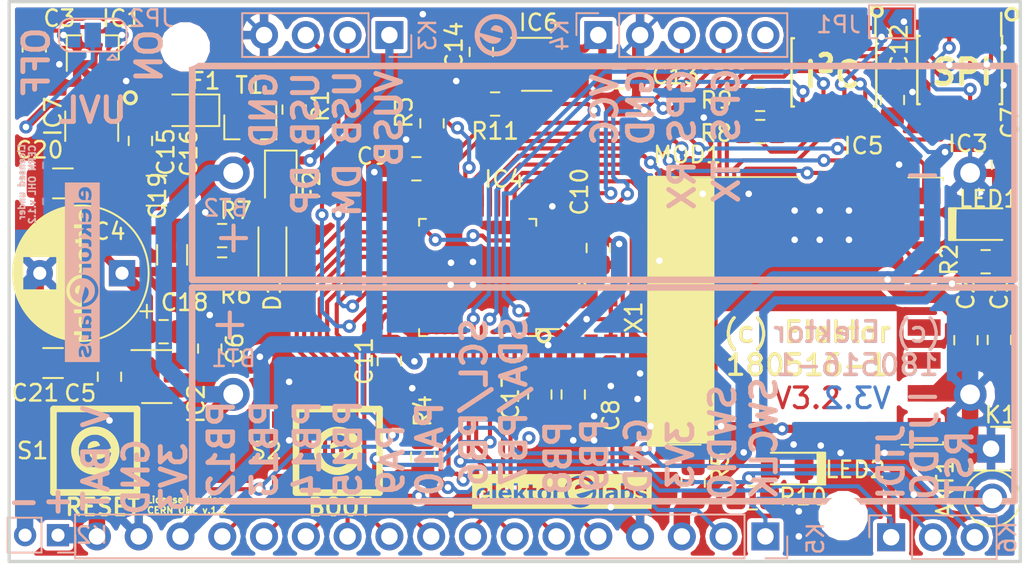
<source format=kicad_pcb>
(kicad_pcb (version 20171130) (host pcbnew "(5.0.2)-1")
  (layers (0 F.Cu signal) (31 B.Cu signal) (34 B.Paste user) (35 F.Paste user hide) (36 B.SilkS user) (37 F.SilkS user) (38 B.Mask user) (39 F.Mask user hide) (44 Edge.Cuts user))
  (net 0 "")
  (net 1 3V3)
  (net 2 GND)
  (net 3 "Net-(D1-Pad2)")
  (net 4 SWDIO)
  (net 5 ~RST)
  (net 6 UNUSED_05)
  (net 7 UNUSED_04)
  (net 8 UNUSED_03)
  (net 9 UNUSED_02)
  (net 10 UNUSED_01)
  (net 11 UNUSED_00)
  (net 12 GPS_RXD)
  (net 13 GPS_TXD)
  (net 14 RFM95_MISO)
  (net 15 RFM95_MOSI)
  (net 16 RFM95_SCK)
  (net 17 ~RFM95_CS)
  (net 18 RFM95_RESET)
  (net 19 RFM95_DIO0)
  (net 20 RFM95_DIO1)
  (net 21 RFM95_DIO2)
  (net 22 USBDM)
  (net 23 USBDP)
  (net 24 I2C_SDA)
  (net 25 I2C_SCL)
  (net 26 GPS_ACTIVE_ON)
  (net 27 SPI_NOR_NCS)
  (net 28 CAN_TX)
  (net 29 CAN_RX)
  (net 30 "Net-(ANT1-Pad1)")
  (net 31 "Net-(IC4-Pad44)")
  (net 32 SWCLK)
  (net 33 "Net-(C15-Pad1)")
  (net 34 VBAT)
  (net 35 "Net-(IC4-Pad20)")
  (net 36 VUSB)
  (net 37 JTDI)
  (net 38 JTDO)
  (net 39 "Net-(C3-Pad1)")
  (net 40 "Net-(R1-Pad1)")
  (net 41 "Net-(IC5-Pad1)")
  (net 42 VSupply)
  (net 43 "Net-(IC1-Pad2)")
  (net 44 "Net-(IC4-Pad11)")
  (net 45 "Net-(IC7-Pad3)")
  (net 46 "Net-(IC4-Pad3)")
  (net 47 "Net-(LED1-Pad2)")
  (net 48 "Net-(LED2-Pad2)")
  (net 49 "Net-(C13-Pad2)")
  (module RFM95:RFM9xW-Compact (layer F.Cu) (at 178.274 128.794)
    (fp_text reference MOD1 (at -7 -9.5) (layer F.SilkS))
    (fp_text value RFM95W-868S2)
    (pad 1 smd rect (at -7.4 -7) (size 2 1) (layers F.Cu F.Paste F.Mask) (net 2 GND))
    (pad 2 smd rect (at -7.4 -5) (size 2 1) (layers F.Cu F.Paste F.Mask) (net 14 RFM95_MISO))
    (pad 3 smd rect (at -7.4 -3) (size 2 1) (layers F.Cu F.Paste F.Mask) (net 15 RFM95_MOSI))
    (pad 4 smd rect (at -7.4 -1) (size 2 1) (layers F.Cu F.Paste F.Mask) (net 16 RFM95_SCK))
    (pad 5 smd rect (at -7.4 1) (size 2 1) (layers F.Cu F.Paste F.Mask) (net 17 ~RFM95_CS))
    (pad 6 smd rect (at -7.4 3) (size 2 1) (layers F.Cu F.Paste F.Mask) (net 18 RFM95_RESET))
    (pad 7 smd rect (at -7.4 5) (size 2 1) (layers F.Cu F.Paste F.Mask))
    (pad 8 smd rect (at -7.4 7) (size 2 1) (layers F.Cu F.Paste F.Mask) (net 2 GND))
    (pad 9 smd rect (at 7.4 7) (size 2 1) (layers F.Cu F.Paste F.Mask) (net 30 "Net-(ANT1-Pad1)"))
    (pad 10 smd rect (at 7.4 5) (size 2 1) (layers F.Cu F.Paste F.Mask) (net 2 GND))
    (pad 11 smd rect (at 7.4 3) (size 2 1) (layers F.Cu F.Paste F.Mask))
    (pad 12 smd rect (at 7.4 1) (size 2 1) (layers F.Cu F.Paste F.Mask))
    (pad 13 smd rect (at 7.4 -1) (size 2 1) (layers F.Cu F.Paste F.Mask) (net 1 3V3))
    (pad 14 smd rect (at 7.4 -3) (size 2 1) (layers F.Cu F.Paste F.Mask) (net 21 RFM95_DIO2))
    (pad 15 smd rect (at 7.4 -5) (size 2 1) (layers F.Cu F.Paste F.Mask) (net 20 RFM95_DIO1))
    (pad 16 smd rect (at 7.4 -7) (size 2 1) (layers F.Cu F.Paste F.Mask) (net 19 RFM95_DIO0))
  )
  (module ElektoLogo:ElektorLogo (layer B.Cu) (at 159.639 112.014 180)
    (fp_text reference G*** hide)
    (fp_text value LOGO hide)
  )
  (module ElektoLogo:LabsLogo (layer B.Cu) (at 134.493 126.4285 270)
    (fp_text reference G*** hide)
    (fp_text value LOGO hide)
  )
  (module Connector_PinHeader_2.54mm:PinHeader_1x05_P2.54mm_Vertical (layer B.Cu) (at 165.862 112.014 270)
    (fp_text reference K4 (at 0 2.33 270) (layer B.SilkS) (effects (justify mirror)))
    (fp_text value Conn_01x05_Female)
    (pad 1 thru_hole rect (at 0 0 270) (size 1.7 1.7) (drill 1) (layers *.Cu *.Mask) (net 49 "Net-(C13-Pad2)"))
    (pad 2 thru_hole oval (at 0 -2.54 270) (size 1.7 1.7) (drill 1) (layers *.Cu *.Mask) (net 2 GND))
    (pad 3 thru_hole oval (at 0 -5.08 270) (size 1.7 1.7) (drill 1) (layers *.Cu *.Mask) (net 12 GPS_RXD))
    (pad 4 thru_hole oval (at 0 -7.62 270) (size 1.7 1.7) (drill 1) (layers *.Cu *.Mask) (net 13 GPS_TXD))
    (pad 5 thru_hole oval (at 0 -10.16 270) (size 1.7 1.7) (drill 1) (layers *.Cu *.Mask))
  )
  (module Package_QFP:LQFP-48_7x7mm_P0.5mm (layer F.Cu) (at 158.528 126.75 180)
    (fp_text reference IC4 (at -1.619 5.973 180) (layer F.SilkS))
    (fp_text value STM32F072C8Tx)
    (pad 1 smd rect (at -4.35 -2.75 180) (size 1.3 0.25) (layers F.Cu F.Paste F.Mask) (net 1 3V3))
    (pad 2 smd rect (at -4.35 -2.25 180) (size 1.3 0.25) (layers F.Cu F.Paste F.Mask) (net 26 GPS_ACTIVE_ON))
    (pad 3 smd rect (at -4.35 -1.75 180) (size 1.3 0.25) (layers F.Cu F.Paste F.Mask) (net 46 "Net-(IC4-Pad3)"))
    (pad 4 smd rect (at -4.35 -1.25 180) (size 1.3 0.25) (layers F.Cu F.Paste F.Mask))
    (pad 5 smd rect (at -4.35 -0.75 180) (size 1.3 0.25) (layers F.Cu F.Paste F.Mask))
    (pad 6 smd rect (at -4.35 -0.25 180) (size 1.3 0.25) (layers F.Cu F.Paste F.Mask))
    (pad 7 smd rect (at -4.35 0.25 180) (size 1.3 0.25) (layers F.Cu F.Paste F.Mask) (net 5 ~RST))
    (pad 8 smd rect (at -4.35 0.75 180) (size 1.3 0.25) (layers F.Cu F.Paste F.Mask) (net 2 GND))
    (pad 9 smd rect (at -4.35 1.25 180) (size 1.3 0.25) (layers F.Cu F.Paste F.Mask) (net 1 3V3))
    (pad 10 smd rect (at -4.35 1.75 180) (size 1.3 0.25) (layers F.Cu F.Paste F.Mask) (net 18 RFM95_RESET))
    (pad 11 smd rect (at -4.35 2.25 180) (size 1.3 0.25) (layers F.Cu F.Paste F.Mask) (net 44 "Net-(IC4-Pad11)"))
    (pad 12 smd rect (at -4.35 2.75 180) (size 1.3 0.25) (layers F.Cu F.Paste F.Mask) (net 12 GPS_RXD))
    (pad 13 smd rect (at -2.75 4.35 270) (size 1.3 0.25) (layers F.Cu F.Paste F.Mask) (net 13 GPS_TXD))
    (pad 14 smd rect (at -2.25 4.35 270) (size 1.3 0.25) (layers F.Cu F.Paste F.Mask) (net 17 ~RFM95_CS))
    (pad 15 smd rect (at -1.75 4.35 270) (size 1.3 0.25) (layers F.Cu F.Paste F.Mask) (net 16 RFM95_SCK))
    (pad 16 smd rect (at -1.25 4.35 270) (size 1.3 0.25) (layers F.Cu F.Paste F.Mask) (net 14 RFM95_MISO))
    (pad 17 smd rect (at -0.75 4.35 270) (size 1.3 0.25) (layers F.Cu F.Paste F.Mask) (net 15 RFM95_MOSI))
    (pad 18 smd rect (at -0.25 4.35 270) (size 1.3 0.25) (layers F.Cu F.Paste F.Mask) (net 21 RFM95_DIO2))
    (pad 19 smd rect (at 0.25 4.35 270) (size 1.3 0.25) (layers F.Cu F.Paste F.Mask) (net 20 RFM95_DIO1))
    (pad 20 smd rect (at 0.75 4.35 270) (size 1.3 0.25) (layers F.Cu F.Paste F.Mask) (net 35 "Net-(IC4-Pad20)"))
    (pad 21 smd rect (at 1.25 4.35 270) (size 1.3 0.25) (layers F.Cu F.Paste F.Mask) (net 19 RFM95_DIO0))
    (pad 22 smd rect (at 1.75 4.35 270) (size 1.3 0.25) (layers F.Cu F.Paste F.Mask) (net 27 SPI_NOR_NCS))
    (pad 23 smd rect (at 2.25 4.35 270) (size 1.3 0.25) (layers F.Cu F.Paste F.Mask) (net 2 GND))
    (pad 24 smd rect (at 2.75 4.35 270) (size 1.3 0.25) (layers F.Cu F.Paste F.Mask) (net 1 3V3))
    (pad 25 smd rect (at 4.35 2.75 180) (size 1.3 0.25) (layers F.Cu F.Paste F.Mask) (net 11 UNUSED_00))
    (pad 26 smd rect (at 4.35 2.25 180) (size 1.3 0.25) (layers F.Cu F.Paste F.Mask) (net 10 UNUSED_01))
    (pad 27 smd rect (at 4.35 1.75 180) (size 1.3 0.25) (layers F.Cu F.Paste F.Mask) (net 9 UNUSED_02))
    (pad 28 smd rect (at 4.35 1.25 180) (size 1.3 0.25) (layers F.Cu F.Paste F.Mask) (net 8 UNUSED_03))
    (pad 29 smd rect (at 4.35 0.75 180) (size 1.3 0.25) (layers F.Cu F.Paste F.Mask))
    (pad 30 smd rect (at 4.35 0.25 180) (size 1.3 0.25) (layers F.Cu F.Paste F.Mask) (net 7 UNUSED_04))
    (pad 31 smd rect (at 4.35 -0.25 180) (size 1.3 0.25) (layers F.Cu F.Paste F.Mask) (net 6 UNUSED_05))
    (pad 32 smd rect (at 4.35 -0.75 180) (size 1.3 0.25) (layers F.Cu F.Paste F.Mask) (net 22 USBDM))
    (pad 33 smd rect (at 4.35 -1.25 180) (size 1.3 0.25) (layers F.Cu F.Paste F.Mask) (net 23 USBDP))
    (pad 34 smd rect (at 4.35 -1.75 180) (size 1.3 0.25) (layers F.Cu F.Paste F.Mask) (net 4 SWDIO))
    (pad 35 smd rect (at 4.35 -2.25 180) (size 1.3 0.25) (layers F.Cu F.Paste F.Mask) (net 2 GND))
    (pad 36 smd rect (at 4.35 -2.75 180) (size 1.3 0.25) (layers F.Cu F.Paste F.Mask) (net 1 3V3))
    (pad 37 smd rect (at 2.75 -4.35 270) (size 1.3 0.25) (layers F.Cu F.Paste F.Mask) (net 32 SWCLK))
    (pad 38 smd rect (at 2.25 -4.35 270) (size 1.3 0.25) (layers F.Cu F.Paste F.Mask) (net 37 JTDI))
    (pad 39 smd rect (at 1.75 -4.35 270) (size 1.3 0.25) (layers F.Cu F.Paste F.Mask) (net 38 JTDO))
    (pad 40 smd rect (at 1.25 -4.35 270) (size 1.3 0.25) (layers F.Cu F.Paste F.Mask))
    (pad 41 smd rect (at 0.75 -4.35 270) (size 1.3 0.25) (layers F.Cu F.Paste F.Mask))
    (pad 42 smd rect (at 0.25 -4.35 270) (size 1.3 0.25) (layers F.Cu F.Paste F.Mask) (net 25 I2C_SCL))
    (pad 43 smd rect (at -0.25 -4.35 270) (size 1.3 0.25) (layers F.Cu F.Paste F.Mask) (net 24 I2C_SDA))
    (pad 44 smd rect (at -0.75 -4.35 270) (size 1.3 0.25) (layers F.Cu F.Paste F.Mask) (net 31 "Net-(IC4-Pad44)"))
    (pad 45 smd rect (at -1.25 -4.35 270) (size 1.3 0.25) (layers F.Cu F.Paste F.Mask) (net 29 CAN_RX))
    (pad 46 smd rect (at -1.75 -4.35 270) (size 1.3 0.25) (layers F.Cu F.Paste F.Mask) (net 28 CAN_TX))
    (pad 47 smd rect (at -2.25 -4.35 270) (size 1.3 0.25) (layers F.Cu F.Paste F.Mask) (net 2 GND))
    (pad 48 smd rect (at -2.75 -4.35 270) (size 1.3 0.25) (layers F.Cu F.Paste F.Mask) (net 1 3V3))
  )
  (module Resistor_SMD:R_0805_2012Metric_Pad1.15x1.40mm_HandSolder (layer F.Cu) (at 155.194 137.6426 90)
    (fp_text reference R4 (at 2.7686 0 90) (layer F.SilkS))
    (fp_text value 10k hide)
    (pad 2 smd roundrect (at 1.025 0 90) (size 1.15 1.4) (layers F.Cu F.Paste F.Mask) (roundrect_rratio 0.217391) (net 2 GND))
    (pad 1 smd roundrect (at -1.025 0 90) (size 1.15 1.4) (layers F.Cu F.Paste F.Mask) (roundrect_rratio 0.217391) (net 31 "Net-(IC4-Pad44)"))
  )
  (module Package_SO:SOIC-8_3.9x4.9mm_P1.27mm (layer F.Cu) (at 187.833 114.14 270)
    (fp_text reference IC3 (at 4.478 -0.508 180) (layer F.SilkS))
    (fp_text value AT25SF081-SSHD-X)
    (pad 1 smd rect (at -2.7 -1.905 270) (size 1.55 0.6) (layers F.Cu F.Paste F.Mask) (net 27 SPI_NOR_NCS))
    (pad 2 smd rect (at -2.7 -0.635 270) (size 1.55 0.6) (layers F.Cu F.Paste F.Mask) (net 14 RFM95_MISO))
    (pad 3 smd rect (at -2.7 0.635 270) (size 1.55 0.6) (layers F.Cu F.Paste F.Mask) (net 1 3V3))
    (pad 4 smd rect (at -2.7 1.905 270) (size 1.55 0.6) (layers F.Cu F.Paste F.Mask) (net 2 GND))
    (pad 5 smd rect (at 2.7 1.905 270) (size 1.55 0.6) (layers F.Cu F.Paste F.Mask) (net 15 RFM95_MOSI))
    (pad 6 smd rect (at 2.7 0.635 270) (size 1.55 0.6) (layers F.Cu F.Paste F.Mask) (net 16 RFM95_SCK))
    (pad 7 smd rect (at 2.7 -0.635 270) (size 1.55 0.6) (layers F.Cu F.Paste F.Mask) (net 1 3V3))
    (pad 8 smd rect (at 2.7 -1.905 270) (size 1.55 0.6) (layers F.Cu F.Paste F.Mask) (net 1 3V3))
  )
  (module PUSB:AAA_holder (layer B.Cu) (at 143.668 120.396)
    (fp_text reference BT2 (at -0.4628 2.1336) (layer B.SilkS) (effects (justify mirror)))
    (fp_text value "multicomp pro AAA Battery Holder with PCB Pins")
    (fp_text user + (at 0.0198 3.81) (layer B.SilkS) (effects (font (size 2 2) (thickness 0.25)) (justify mirror)))
    (fp_text user - (at 41.91 0) (layer B.SilkS) (effects (font (size 2 2) (thickness 0.25)) (justify mirror)))
    (pad 1 thru_hole circle (at 0 0) (size 2 2) (drill 1.2) (layers *.Cu *.Mask) (net 34 VBAT))
    (pad 2 thru_hole circle (at 44.8 0) (size 2 2) (drill 1.2) (layers *.Cu *.Mask) (net 2 GND))
  )
  (module PUSB:AAA_holder (layer B.Cu) (at 143.668 133.858)
    (fp_text reference BT1 (at 0.0198 -2.1844) (layer B.SilkS) (effects (justify mirror)))
    (fp_text value "multicomp pro AAA Battery Holder with PCB Pins")
    (fp_text user - (at 41.91 0) (layer B.SilkS) (effects (font (size 2 2) (thickness 0.25)) (justify mirror)))
    (fp_text user + (at -0.2088 -4.3688) (layer B.SilkS) (effects (font (size 2 2) (thickness 0.25)) (justify mirror)))
    (pad 2 thru_hole circle (at 44.8 0) (size 2 2) (drill 1.2) (layers *.Cu *.Mask) (net 2 GND))
    (pad 1 thru_hole circle (at 0 0) (size 2 2) (drill 1.2) (layers *.Cu *.Mask) (net 34 VBAT))
  )
  (module TestPoint:TestPoint_Plated_Hole_D2.0mm (layer F.Cu) (at 189.8142 140.1826)
    (fp_text reference ANT1 (at -2.8702 -0.6096 90) (layer F.SilkS))
    (fp_text value Antenna)
    (pad 1 thru_hole circle (at 0 0) (size 1.8 1.8) (drill 1.2) (layers *.Cu *.Mask) (net 30 "Net-(ANT1-Pad1)"))
  )
  (module Connector_PinHeader_2.54mm:PinHeader_1x04_P2.54mm_Vertical (layer B.Cu) (at 153.162 112.014 90)
    (fp_text reference K3 (at 0 2.33 90) (layer B.SilkS) (effects (justify mirror)))
    (fp_text value Conn_01x04_Male)
    (pad 1 thru_hole rect (at 0 0 90) (size 1.7 1.7) (drill 1) (layers *.Cu *.Mask) (net 36 VUSB))
    (pad 2 thru_hole oval (at 0 -2.54 90) (size 1.7 1.7) (drill 1) (layers *.Cu *.Mask) (net 22 USBDM))
    (pad 3 thru_hole oval (at 0 -5.08 90) (size 1.7 1.7) (drill 1) (layers *.Cu *.Mask) (net 23 USBDP))
    (pad 4 thru_hole oval (at 0 -7.62 90) (size 1.7 1.7) (drill 1) (layers *.Cu *.Mask) (net 2 GND))
  )
  (module Capacitor_SMD:C_0805_2012Metric_Pad1.15x1.40mm_HandSolder (layer F.Cu) (at 190.246 130.547 90)
    (fp_text reference C1 (at 2.785 0 90) (layer F.SilkS))
    (fp_text value 4.7uF)
    (pad 2 smd roundrect (at 1.025 0 90) (size 1.15 1.4) (layers F.Cu F.Paste F.Mask) (roundrect_rratio 0.217391) (net 1 3V3))
    (pad 1 smd roundrect (at -1.025 0 90) (size 1.15 1.4) (layers F.Cu F.Paste F.Mask) (roundrect_rratio 0.217391) (net 2 GND))
  )
  (module Capacitor_SMD:C_0805_2012Metric_Pad1.15x1.40mm_HandSolder (layer F.Cu) (at 188.214 130.565 270)
    (fp_text reference C2 (at -2.803 0 270) (layer F.SilkS))
    (fp_text value 100nF)
    (pad 1 smd roundrect (at -1.025 0 270) (size 1.15 1.4) (layers F.Cu F.Paste F.Mask) (roundrect_rratio 0.217391) (net 1 3V3))
    (pad 2 smd roundrect (at 1.025 0 270) (size 1.15 1.4) (layers F.Cu F.Paste F.Mask) (roundrect_rratio 0.217391) (net 2 GND))
  )
  (module Capacitor_SMD:C_0805_2012Metric_Pad1.15x1.40mm_HandSolder (layer F.Cu) (at 131.572 112.767 270)
    (fp_text reference C3 (at -1.769 -1.524 180) (layer F.SilkS))
    (fp_text value 100nF)
    (pad 1 smd roundrect (at -1.025 0 270) (size 1.15 1.4) (layers F.Cu F.Paste F.Mask) (roundrect_rratio 0.217391) (net 39 "Net-(C3-Pad1)"))
    (pad 2 smd roundrect (at 1.025 0 270) (size 1.15 1.4) (layers F.Cu F.Paste F.Mask) (roundrect_rratio 0.217391) (net 2 GND))
  )
  (module Capacitor_THT:CP_Radial_D8.0mm_P5.00mm (layer F.Cu) (at 136.906 126.492 180)
    (fp_text reference C4 (at 0.762 2.54 180) (layer F.SilkS))
    (fp_text value 470u)
    (pad 1 thru_hole rect (at 0 0 180) (size 1.6 1.6) (drill 0.8) (layers *.Cu *.Mask) (net 42 VSupply))
    (pad 2 thru_hole circle (at 5 0 180) (size 1.6 1.6) (drill 0.8) (layers *.Cu *.Mask) (net 2 GND))
  )
  (module Capacitor_SMD:C_0805_2012Metric_Pad1.15x1.40mm_HandSolder (layer F.Cu) (at 142.24 131.073 90)
    (fp_text reference C6 (at -0.009 1.524 90) (layer F.SilkS))
    (fp_text value 100nF)
    (pad 1 smd roundrect (at -1.025 0 90) (size 1.15 1.4) (layers F.Cu F.Paste F.Mask) (roundrect_rratio 0.217391) (net 1 3V3))
    (pad 2 smd roundrect (at 1.025 0 90) (size 1.15 1.4) (layers F.Cu F.Paste F.Mask) (roundrect_rratio 0.217391) (net 2 GND))
  )
  (module Capacitor_SMD:C_0805_2012Metric_Pad1.15x1.40mm_HandSolder (layer F.Cu) (at 190.5 119.897 90)
    (fp_text reference C7 (at 2.549 0.381 90) (layer F.SilkS))
    (fp_text value 100nF)
    (pad 2 smd roundrect (at 1.025 0 90) (size 1.15 1.4) (layers F.Cu F.Paste F.Mask) (roundrect_rratio 0.217391) (net 1 3V3))
    (pad 1 smd roundrect (at -1.025 0 90) (size 1.15 1.4) (layers F.Cu F.Paste F.Mask) (roundrect_rratio 0.217391) (net 2 GND))
  )
  (module Capacitor_SMD:C_0805_2012Metric_Pad1.15x1.40mm_HandSolder (layer F.Cu) (at 164.338 133.867 270)
    (fp_text reference C8 (at 1.261 -2.286 270) (layer F.SilkS))
    (fp_text value 4.7uF)
    (pad 2 smd roundrect (at 1.025 0 270) (size 1.15 1.4) (layers F.Cu F.Paste F.Mask) (roundrect_rratio 0.217391) (net 2 GND))
    (pad 1 smd roundrect (at -1.025 0 270) (size 1.15 1.4) (layers F.Cu F.Paste F.Mask) (roundrect_rratio 0.217391) (net 1 3V3))
  )
  (module Capacitor_SMD:C_0805_2012Metric_Pad1.15x1.40mm_HandSolder (layer F.Cu) (at 154.804 120.142)
    (fp_text reference C9 (at -2.658 -0.762) (layer F.SilkS))
    (fp_text value 100nF)
    (pad 2 smd roundrect (at 1.025 0) (size 1.15 1.4) (layers F.Cu F.Paste F.Mask) (roundrect_rratio 0.217391) (net 2 GND))
    (pad 1 smd roundrect (at -1.025 0) (size 1.15 1.4) (layers F.Cu F.Paste F.Mask) (roundrect_rratio 0.217391) (net 1 3V3))
  )
  (module Capacitor_SMD:C_0805_2012Metric_Pad1.15x1.40mm_HandSolder (layer F.Cu) (at 165.862 124.959 270)
    (fp_text reference C10 (at -3.42 1.143 270) (layer F.SilkS))
    (fp_text value 100nF)
    (pad 1 smd roundrect (at -1.025 0 270) (size 1.15 1.4) (layers F.Cu F.Paste F.Mask) (roundrect_rratio 0.217391) (net 1 3V3))
    (pad 2 smd roundrect (at 1.025 0 270) (size 1.15 1.4) (layers F.Cu F.Paste F.Mask) (roundrect_rratio 0.217391) (net 2 GND))
  )
  (module Capacitor_SMD:C_0805_2012Metric_Pad1.15x1.40mm_HandSolder (layer F.Cu) (at 153.162 131.835 270)
    (fp_text reference C11 (at 0 1.524 270) (layer F.SilkS))
    (fp_text value 100nF)
    (pad 1 smd roundrect (at -1.025 0 270) (size 1.15 1.4) (layers F.Cu F.Paste F.Mask) (roundrect_rratio 0.217391) (net 1 3V3))
    (pad 2 smd roundrect (at 1.025 0 270) (size 1.15 1.4) (layers F.Cu F.Paste F.Mask) (roundrect_rratio 0.217391) (net 2 GND))
  )
  (module Capacitor_SMD:C_0805_2012Metric_Pad1.15x1.40mm_HandSolder (layer F.Cu) (at 183.7436 115.96 270)
    (fp_text reference C12 (at -3.184 -0.4064 270) (layer F.SilkS))
    (fp_text value 100nF)
    (pad 1 smd roundrect (at -1.025 0 270) (size 1.15 1.4) (layers F.Cu F.Paste F.Mask) (roundrect_rratio 0.217391) (net 2 GND))
    (pad 2 smd roundrect (at 1.025 0 270) (size 1.15 1.4) (layers F.Cu F.Paste F.Mask) (roundrect_rratio 0.217391) (net 1 3V3))
  )
  (module Capacitor_SMD:C_0805_2012Metric_Pad1.15x1.40mm_HandSolder (layer F.Cu) (at 167.141 114.554 180)
    (fp_text reference C13 (at -3.42 0.0635 180) (layer F.SilkS))
    (fp_text value 100nF)
    (pad 2 smd roundrect (at 1.025 0 180) (size 1.15 1.4) (layers F.Cu F.Paste F.Mask) (roundrect_rratio 0.217391) (net 49 "Net-(C13-Pad2)"))
    (pad 1 smd roundrect (at -1.025 0 180) (size 1.15 1.4) (layers F.Cu F.Paste F.Mask) (roundrect_rratio 0.217391) (net 2 GND))
  )
  (module Capacitor_SMD:C_0805_2012Metric_Pad1.15x1.40mm_HandSolder (layer F.Cu) (at 158.75 113.039 270)
    (fp_text reference C14 (at -0.39 1.651 270) (layer F.SilkS))
    (fp_text value 4.7uF)
    (pad 1 smd roundrect (at -1.025 0 270) (size 1.15 1.4) (layers F.Cu F.Paste F.Mask) (roundrect_rratio 0.217391) (net 1 3V3))
    (pad 2 smd roundrect (at 1.025 0 270) (size 1.15 1.4) (layers F.Cu F.Paste F.Mask) (roundrect_rratio 0.217391) (net 2 GND))
  )
  (module Diode_SMD:D_SOD-323_HandSoldering (layer F.Cu) (at 146.05 124.948 90)
    (fp_text reference D1 (at -2.8775 0 90) (layer F.SilkS))
    (fp_text value PMEG3010EJ)
    (pad 1 smd rect (at -1.25 0 90) (size 1 1) (layers F.Cu F.Paste F.Mask) (net 42 VSupply))
    (pad 2 smd rect (at 1.25 0 90) (size 1 1) (layers F.Cu F.Paste F.Mask) (net 3 "Net-(D1-Pad2)"))
  )
  (module Diode_SMD:D_0805_2012Metric_Pad1.15x1.40mm_HandSolder (layer F.Cu) (at 140.961 116.586 180)
    (fp_text reference F1 (at -1.025 1.778 180) (layer F.SilkS))
    (fp_text value "0ZCK0050AF2E ")
    (pad 1 smd roundrect (at -1.025 0 180) (size 1.15 1.4) (layers F.Cu F.Paste F.Mask) (roundrect_rratio 0.217391) (net 39 "Net-(C3-Pad1)"))
    (pad 2 smd roundrect (at 1.025 0 180) (size 1.15 1.4) (layers F.Cu F.Paste F.Mask) (roundrect_rratio 0.217391) (net 33 "Net-(C15-Pad1)"))
  )
  (module Diode_SMD:D_0805_2012Metric_Pad1.15x1.40mm_HandSolder (layer F.Cu) (at 146.558 120.895 270)
    (fp_text reference F2 (at 0.263 -1.8796 270) (layer F.SilkS))
    (fp_text value "0ZCK0050AF2E ")
    (pad 2 smd roundrect (at 1.025 0 270) (size 1.15 1.4) (layers F.Cu F.Paste F.Mask) (roundrect_rratio 0.217391) (net 3 "Net-(D1-Pad2)"))
    (pad 1 smd roundrect (at -1.025 0 270) (size 1.15 1.4) (layers F.Cu F.Paste F.Mask) (roundrect_rratio 0.217391) (net 36 VUSB))
  )
  (module Package_TO_SOT_SMD:SOT-23 (layer F.Cu) (at 135.128 112.792 90)
    (fp_text reference IC1 (at 1.794 1.778 180) (layer F.SilkS))
    (fp_text value TLV809K33)
    (pad 1 smd rect (at -1 -0.95 90) (size 0.9 0.8) (layers F.Cu F.Paste F.Mask) (net 2 GND))
    (pad 2 smd rect (at -1 0.95 90) (size 0.9 0.8) (layers F.Cu F.Paste F.Mask) (net 43 "Net-(IC1-Pad2)"))
    (pad 3 smd rect (at 1 0 90) (size 0.9 0.8) (layers F.Cu F.Paste F.Mask) (net 39 "Net-(C3-Pad1)"))
  )
  (module Package_TO_SOT_SMD:SOT-23-5 (layer F.Cu) (at 139.022 132.776)
    (fp_text reference IC2 (at 2.3925 1.6535 90) (layer F.SilkS))
    (fp_text value TLV75533PDBV)
    (pad 1 smd rect (at -1.1 -0.95) (size 1.06 0.65) (layers F.Cu F.Paste F.Mask) (net 42 VSupply))
    (pad 2 smd rect (at -1.1 0) (size 1.06 0.65) (layers F.Cu F.Paste F.Mask) (net 2 GND))
    (pad 3 smd rect (at -1.1 0.95) (size 1.06 0.65) (layers F.Cu F.Paste F.Mask) (net 42 VSupply))
    (pad 4 smd rect (at 1.1 0.95) (size 1.06 0.65) (layers F.Cu F.Paste F.Mask))
    (pad 5 smd rect (at 1.1 -0.95) (size 1.06 0.65) (layers F.Cu F.Paste F.Mask) (net 1 3V3))
  )
  (module Package_SO:SOIC-8_3.9x4.9mm_P1.27mm (layer F.Cu) (at 180.1876 114.2822 270)
    (fp_text reference IC5 (at 4.4628 -1.8034 180) (layer F.SilkS))
    (fp_text value ATECC608A)
    (pad 8 smd rect (at 2.7 -1.905 270) (size 1.55 0.6) (layers F.Cu F.Paste F.Mask) (net 1 3V3))
    (pad 7 smd rect (at 2.7 -0.635 270) (size 1.55 0.6) (layers F.Cu F.Paste F.Mask) (net 41 "Net-(IC5-Pad1)"))
    (pad 6 smd rect (at 2.7 0.635 270) (size 1.55 0.6) (layers F.Cu F.Paste F.Mask) (net 25 I2C_SCL))
    (pad 5 smd rect (at 2.7 1.905 270) (size 1.55 0.6) (layers F.Cu F.Paste F.Mask) (net 24 I2C_SDA))
    (pad 4 smd rect (at -2.7 1.905 270) (size 1.55 0.6) (layers F.Cu F.Paste F.Mask) (net 2 GND))
    (pad 3 smd rect (at -2.7 0.635 270) (size 1.55 0.6) (layers F.Cu F.Paste F.Mask) (net 41 "Net-(IC5-Pad1)"))
    (pad 2 smd rect (at -2.7 -0.635 270) (size 1.55 0.6) (layers F.Cu F.Paste F.Mask) (net 41 "Net-(IC5-Pad1)"))
    (pad 1 smd rect (at -2.7 -1.905 270) (size 1.55 0.6) (layers F.Cu F.Paste F.Mask) (net 41 "Net-(IC5-Pad1)"))
  )
  (module Connector_PinSocket_2.54mm:PinSocket_1x01_P2.54mm_Vertical (layer F.Cu) (at 189.738 137.16)
    (fp_text reference K1 (at 0.5842 -2.0574) (layer F.SilkS))
    (fp_text value Conn_01x01_Female)
    (pad 1 thru_hole rect (at 0 0) (size 1.7 1.7) (drill 1) (layers *.Cu *.Mask) (net 2 GND))
  )
  (module Connector_PinHeader_2.00mm:PinHeader_1x02_P2.00mm_Vertical (layer B.Cu) (at 133.0132 142.4178 90)
    (fp_text reference K2 (at 0 2.06) (layer B.SilkS) (effects (justify mirror)))
    (fp_text value Conn_01x02_Male)
    (pad 1 thru_hole rect (at 0 0 90) (size 1.35 1.35) (drill 0.8) (layers *.Cu *.Mask) (net 34 VBAT))
    (pad 2 thru_hole oval (at 0 -2 90) (size 1.35 1.35) (drill 0.8) (layers *.Cu *.Mask) (net 2 GND))
  )
  (module Resistor_SMD:R_0805_2012Metric_Pad1.15x1.40mm_HandSolder (layer F.Cu) (at 147.3708 116.5442 270)
    (fp_text reference R1 (at -0.2122 -1.6002 90) (layer F.SilkS))
    (fp_text value 100k hide)
    (pad 1 smd roundrect (at -1.025 0 270) (size 1.15 1.4) (layers F.Cu F.Paste F.Mask) (roundrect_rratio 0.217391) (net 40 "Net-(R1-Pad1)"))
    (pad 2 smd roundrect (at 1.025 0 270) (size 1.15 1.4) (layers F.Cu F.Paste F.Mask) (roundrect_rratio 0.217391) (net 2 GND))
  )
  (module Resistor_SMD:R_0805_2012Metric_Pad1.15x1.40mm_HandSolder (layer F.Cu) (at 155.7528 117.3824 270)
    (fp_text reference R3 (at -0.6694 1.7018 270) (layer F.SilkS))
    (fp_text value 4k7 hide)
    (pad 1 smd roundrect (at -1.025 0 270) (size 1.15 1.4) (layers F.Cu F.Paste F.Mask) (roundrect_rratio 0.217391) (net 35 "Net-(IC4-Pad20)"))
    (pad 2 smd roundrect (at 1.025 0 270) (size 1.15 1.4) (layers F.Cu F.Paste F.Mask) (roundrect_rratio 0.217391) (net 2 GND))
  )
  (module Resistor_SMD:R_0805_2012Metric_Pad1.15x1.40mm_HandSolder (layer F.Cu) (at 171.6278 139.2174 270)
    (fp_text reference R5 (at -0.9144 -1.6637 90) (layer F.SilkS))
    (fp_text value 10k hide)
    (pad 2 smd roundrect (at 1.025 0 270) (size 1.15 1.4) (layers F.Cu F.Paste F.Mask) (roundrect_rratio 0.217391) (net 1 3V3))
    (pad 1 smd roundrect (at -1.025 0 270) (size 1.15 1.4) (layers F.Cu F.Paste F.Mask) (roundrect_rratio 0.217391) (net 5 ~RST))
  )
  (module Resistor_SMD:R_0805_2012Metric_Pad1.15x1.40mm_HandSolder (layer F.Cu) (at 142.993 126.238)
    (fp_text reference R6 (at 0.8345 1.5875) (layer F.SilkS))
    (fp_text value 150k hide)
    (pad 2 smd roundrect (at 1.025 0) (size 1.15 1.4) (layers F.Cu F.Paste F.Mask) (roundrect_rratio 0.217391) (net 44 "Net-(IC4-Pad11)"))
    (pad 1 smd roundrect (at -1.025 0) (size 1.15 1.4) (layers F.Cu F.Paste F.Mask) (roundrect_rratio 0.217391) (net 42 VSupply))
  )
  (module Resistor_SMD:R_0805_2012Metric_Pad1.15x1.40mm_HandSolder (layer F.Cu) (at 142.993 124.206 180)
    (fp_text reference R7 (at -0.8345 1.524 180) (layer F.SilkS))
    (fp_text value 150k hide)
    (pad 1 smd roundrect (at -1.025 0 180) (size 1.15 1.4) (layers F.Cu F.Paste F.Mask) (roundrect_rratio 0.217391) (net 44 "Net-(IC4-Pad11)"))
    (pad 2 smd roundrect (at 1.025 0 180) (size 1.15 1.4) (layers F.Cu F.Paste F.Mask) (roundrect_rratio 0.217391) (net 2 GND))
  )
  (module Resistor_SMD:R_0805_2012Metric_Pad1.15x1.40mm_HandSolder (layer F.Cu) (at 175.7008 115.9256)
    (fp_text reference R8 (at -2.676 2.0574) (layer F.SilkS))
    (fp_text value 4k7 hide)
    (pad 1 smd roundrect (at -1.025 0) (size 1.15 1.4) (layers F.Cu F.Paste F.Mask) (roundrect_rratio 0.217391) (net 1 3V3))
    (pad 2 smd roundrect (at 1.025 0) (size 1.15 1.4) (layers F.Cu F.Paste F.Mask) (roundrect_rratio 0.217391) (net 25 I2C_SCL))
  )
  (module Resistor_SMD:R_0805_2012Metric_Pad1.15x1.40mm_HandSolder (layer F.Cu) (at 175.7082 117.8814)
    (fp_text reference R9 (at -2.658 -1.905) (layer F.SilkS))
    (fp_text value 4k7 hide)
    (pad 2 smd roundrect (at 1.025 0) (size 1.15 1.4) (layers F.Cu F.Paste F.Mask) (roundrect_rratio 0.217391) (net 24 I2C_SDA))
    (pad 1 smd roundrect (at -1.025 0) (size 1.15 1.4) (layers F.Cu F.Paste F.Mask) (roundrect_rratio 0.217391) (net 1 3V3))
  )
  (module Resistor_SMD:R_0805_2012Metric_Pad1.15x1.40mm_HandSolder (layer F.Cu) (at 159.5882 116.205 180)
    (fp_text reference R11 (at 0 -1.65 180) (layer F.SilkS))
    (fp_text value 10k hide)
    (pad 1 smd roundrect (at -1.025 0 180) (size 1.15 1.4) (layers F.Cu F.Paste F.Mask) (roundrect_rratio 0.217391) (net 26 GPS_ACTIVE_ON))
    (pad 2 smd roundrect (at 1.025 0 180) (size 1.15 1.4) (layers F.Cu F.Paste F.Mask) (roundrect_rratio 0.217391) (net 2 GND))
  )
  (module "PUSB:SMT switch TL3342" (layer F.Cu) (at 135.28 137.282 90)
    (fp_text reference S1 (at 0 -3.81 180) (layer F.SilkS))
    (fp_text value Reset)
    (pad 4 smd rect (at -1.9 -3.15 90) (size 1 1.7) (layers F.Cu F.Paste F.Mask))
    (pad 3 smd rect (at 1.9 -3.15 90) (size 1 1.7) (layers F.Cu F.Paste F.Mask))
    (pad 1 smd rect (at 1.9 3.15 90) (size 1 1.7) (layers F.Cu F.Paste F.Mask) (net 2 GND))
    (pad 2 smd rect (at -1.9 3.15 90) (size 1 1.7) (layers F.Cu F.Paste F.Mask) (net 5 ~RST))
  )
  (module "PUSB:SMT switch TL3342" (layer F.Cu) (at 150.0255 137.292 90)
    (fp_text reference S2 (at 0.005 -4.343 180) (layer F.SilkS))
    (fp_text value Boot)
    (pad 2 smd rect (at -1.9 3.15 90) (size 1 1.7) (layers F.Cu F.Paste F.Mask) (net 31 "Net-(IC4-Pad44)"))
    (pad 1 smd rect (at 1.9 3.15 90) (size 1 1.7) (layers F.Cu F.Paste F.Mask) (net 1 3V3))
    (pad 3 smd rect (at 1.9 -3.15 90) (size 1 1.7) (layers F.Cu F.Paste F.Mask))
    (pad 4 smd rect (at -1.9 -3.15 90) (size 1 1.7) (layers F.Cu F.Paste F.Mask))
  )
  (module Package_TO_SOT_SMD:SOT-23 (layer F.Cu) (at 144.7038 117.5926 270)
    (fp_text reference T1 (at -2.5306 0.0508) (layer F.SilkS))
    (fp_text value SI2347DS)
    (pad 1 smd rect (at -1 -0.95 270) (size 0.9 0.8) (layers F.Cu F.Paste F.Mask) (net 40 "Net-(R1-Pad1)"))
    (pad 2 smd rect (at -1 0.95 270) (size 0.9 0.8) (layers F.Cu F.Paste F.Mask) (net 39 "Net-(C3-Pad1)"))
    (pad 3 smd rect (at 1 0 270) (size 0.9 0.8) (layers F.Cu F.Paste F.Mask) (net 34 VBAT))
  )
  (module Capacitor_SMD:C_0805_2012Metric_Pad1.15x1.40mm_HandSolder (layer F.Cu) (at 138.0236 118.4492 270)
    (fp_text reference C15 (at 0.6768 -1.5494 270) (layer F.SilkS))
    (fp_text value 4.7uF)
    (pad 1 smd roundrect (at -1.025 0 270) (size 1.15 1.4) (layers F.Cu F.Paste F.Mask) (roundrect_rratio 0.217391) (net 33 "Net-(C15-Pad1)"))
    (pad 2 smd roundrect (at 1.025 0 270) (size 1.15 1.4) (layers F.Cu F.Paste F.Mask) (roundrect_rratio 0.217391) (net 2 GND))
  )
  (module Capacitor_SMD:C_0805_2012Metric_Pad1.15x1.40mm_HandSolder (layer F.Cu) (at 162.306 133.867 270)
    (fp_text reference C17 (at 0.118 1.778 270) (layer F.SilkS))
    (fp_text value 100nF)
    (pad 1 smd roundrect (at -1.025 0 270) (size 1.15 1.4) (layers F.Cu F.Paste F.Mask) (roundrect_rratio 0.217391) (net 1 3V3))
    (pad 2 smd roundrect (at 1.025 0 270) (size 1.15 1.4) (layers F.Cu F.Paste F.Mask) (roundrect_rratio 0.217391) (net 2 GND))
  )
  (module MountingHole:MountingHole_2.5mm (layer F.Cu) (at 140.7472 112.732)
    (fp_text reference H1 hide)
    (fp_text value MountingHole)
    (pad "" np_thru_hole circle (at 0 0) (size 2.5 2.5) (drill 2.5) (layers *.Cu *.Mask))
  )
  (module MountingHole:MountingHole_2.5mm (layer F.Cu) (at 180.7472 141.232)
    (fp_text reference H2 hide)
    (fp_text value MountingHole)
    (pad 1 np_thru_hole circle (at 0 0) (size 2.5 2.5) (drill 2.5) (layers *.Cu *.Mask))
  )
  (module Connector_PinHeader_2.54mm:PinHeader_1x17_P2.54mm_Vertical (layer B.Cu) (at 176.022 142.494 90)
    (fp_text reference K5 (at -0.127 3.048 90) (layer B.SilkS) (effects (justify mirror)))
    (fp_text value Conn_01x17_Female)
    (pad 1 thru_hole rect (at 0 0 90) (size 1.7 1.7) (drill 1) (layers *.Cu *.Mask) (net 32 SWCLK))
    (pad 2 thru_hole oval (at 0 -2.54 90) (size 1.7 1.7) (drill 1) (layers *.Cu *.Mask) (net 4 SWDIO))
    (pad 3 thru_hole oval (at 0 -5.08 90) (size 1.7 1.7) (drill 1) (layers *.Cu *.Mask) (net 1 3V3))
    (pad 4 thru_hole oval (at 0 -7.62 90) (size 1.7 1.7) (drill 1) (layers *.Cu *.Mask) (net 2 GND))
    (pad 5 thru_hole oval (at 0 -10.16 90) (size 1.7 1.7) (drill 1) (layers *.Cu *.Mask) (net 28 CAN_TX))
    (pad 6 thru_hole oval (at 0 -12.7 90) (size 1.7 1.7) (drill 1) (layers *.Cu *.Mask) (net 29 CAN_RX))
    (pad 7 thru_hole oval (at 0 -15.24 90) (size 1.7 1.7) (drill 1) (layers *.Cu *.Mask) (net 24 I2C_SDA))
    (pad 8 thru_hole oval (at 0 -17.78 90) (size 1.7 1.7) (drill 1) (layers *.Cu *.Mask) (net 25 I2C_SCL))
    (pad 9 thru_hole oval (at 0 -20.32 90) (size 1.7 1.7) (drill 1) (layers *.Cu *.Mask) (net 6 UNUSED_05))
    (pad 10 thru_hole oval (at 0 -22.86 90) (size 1.7 1.7) (drill 1) (layers *.Cu *.Mask) (net 7 UNUSED_04))
    (pad 11 thru_hole oval (at 0 -25.4 90) (size 1.7 1.7) (drill 1) (layers *.Cu *.Mask) (net 8 UNUSED_03))
    (pad 12 thru_hole oval (at 0 -27.94 90) (size 1.7 1.7) (drill 1) (layers *.Cu *.Mask) (net 9 UNUSED_02))
    (pad 13 thru_hole oval (at 0 -30.48 90) (size 1.7 1.7) (drill 1) (layers *.Cu *.Mask) (net 10 UNUSED_01))
    (pad 14 thru_hole oval (at 0 -33.02 90) (size 1.7 1.7) (drill 1) (layers *.Cu *.Mask) (net 11 UNUSED_00))
    (pad 15 thru_hole oval (at 0 -35.56 90) (size 1.7 1.7) (drill 1) (layers *.Cu *.Mask) (net 1 3V3))
    (pad 16 thru_hole oval (at 0 -38.1 90) (size 1.7 1.7) (drill 1) (layers *.Cu *.Mask) (net 2 GND))
    (pad 17 thru_hole oval (at 0 -40.64 90) (size 1.7 1.7) (drill 1) (layers *.Cu *.Mask) (net 34 VBAT))
  )
  (module Connector_PinHeader_2.54mm:PinHeader_1x03_P2.54mm_Vertical (layer B.Cu) (at 183.6674 142.5448 270)
    (fp_text reference K6 (at 0 -7.0866 270) (layer B.SilkS) (effects (justify mirror)))
    (fp_text value Conn_01x03_Male)
    (pad 1 thru_hole rect (at 0 0 270) (size 1.7 1.7) (drill 1) (layers *.Cu *.Mask) (net 37 JTDI))
    (pad 2 thru_hole oval (at 0 -2.54 270) (size 1.7 1.7) (drill 1) (layers *.Cu *.Mask) (net 38 JTDO))
    (pad 3 thru_hole oval (at 0 -5.08 270) (size 1.7 1.7) (drill 1) (layers *.Cu *.Mask) (net 5 ~RST))
  )
  (module Jumper:SolderJumper-2_P1.3mm_Open_TrianglePad1.0x1.5mm (layer B.Cu) (at 183.7182 111.2012 180)
    (fp_text reference JP1 (at 3.2512 -0.1778 180) (layer B.SilkS) (effects (justify mirror)))
    (fp_text value SolderJumper_2_Open)
    (pad 2 smd custom (at 0.725 0 180) (size 0.3 0.3) (layers B.Cu B.Mask) (net 41 "Net-(IC5-Pad1)") (options (clearance outline) (anchor rect)) (primitives (gr_poly (pts (xy -0.65 0.75) (xy 0.5 0.75) (xy 0.5 -0.75) (xy -0.65 -0.75) (xy -0.15 0)) (width 0))))
    (pad 1 smd custom (at -0.725 0 180) (size 0.3 0.3) (layers B.Cu B.Mask) (net 2 GND) (options (clearance outline) (anchor rect)) (primitives (gr_poly (pts (xy -0.5 0.75) (xy 0.5 0.75) (xy 1 0) (xy 0.5 -0.75) (xy -0.5 -0.75)) (width 0))))
  )
  (module Capacitor_SMD:C_0805_2012Metric_Pad1.15x1.40mm_HandSolder (layer F.Cu) (at 139.437 130.048)
    (fp_text reference C18 (at 1.279 -1.778) (layer F.SilkS))
    (fp_text value 100nF)
    (pad 1 smd roundrect (at -1.025 0) (size 1.15 1.4) (layers F.Cu F.Paste F.Mask) (roundrect_rratio 0.217391) (net 42 VSupply))
    (pad 2 smd roundrect (at 1.025 0) (size 1.15 1.4) (layers F.Cu F.Paste F.Mask) (roundrect_rratio 0.217391) (net 2 GND))
  )
  (module Jumper:SolderJumper-3_P1.3mm_Open_RoundedPad1.0x1.5mm (layer B.Cu) (at 135.128 112.014 180)
    (fp_text reference JP2 (at -3.556 1.016 180) (layer B.SilkS) (effects (justify mirror)))
    (fp_text value SolderJumper_3_Open)
    (pad 1 smd custom (at -1.3 0 180) (size 1 0.5) (layers B.Cu B.Mask) (net 43 "Net-(IC1-Pad2)") (options (clearance outline) (anchor rect)) (primitives (gr_circle (center 0 -0.25) (end 0.5 -0.25) (width 0)) (gr_circle (center 0 0.25) (end 0.5 0.25) (width 0)) (gr_poly (pts (xy 0.55 0.75) (xy 0 0.75) (xy 0 -0.75) (xy 0.55 -0.75)) (width 0))))
    (pad 3 smd custom (at 1.3 0 180) (size 1 0.5) (layers B.Cu B.Mask) (net 39 "Net-(C3-Pad1)") (options (clearance outline) (anchor rect)) (primitives (gr_circle (center 0 -0.25) (end 0.5 -0.25) (width 0)) (gr_circle (center 0 0.25) (end 0.5 0.25) (width 0)) (gr_poly (pts (xy -0.55 0.75) (xy 0 0.75) (xy 0 -0.75) (xy -0.55 -0.75)) (width 0))))
    (pad 2 smd rect (at 0 0 180) (size 1 1.5) (layers B.Cu B.Mask) (net 45 "Net-(IC7-Pad3)"))
  )
  (module DS1302_DropInUpdate:ABRACON-ASH7KW (layer F.Cu) (at 166.624 129.366 270)
    (fp_text reference X1 (at -0.207 -1.397 270) (layer F.SilkS))
    (fp_text value ASH7KW)
    (pad 4 smd rect (at -1.35 0 270) (size 1 0.8) (layers F.Cu F.Paste F.Mask) (net 1 3V3))
    (pad 3 smd rect (at 1.35 0 270) (size 1 0.8) (layers F.Cu F.Paste F.Mask) (net 1 3V3))
    (pad 2 smd rect (at 1.35 1.2 270) (size 1 0.8) (layers F.Cu F.Paste F.Mask) (net 2 GND))
    (pad 1 smd rect (at -1.35 1.2 270) (size 1 0.8) (layers F.Cu F.Paste F.Mask) (net 46 "Net-(IC4-Pad3)"))
  )
  (module ElektoLogo:LabsLogo (layer F.Cu) (at 163.6395 139.7635)
    (fp_text reference G*** hide)
    (fp_text value LOGO hide)
  )
  (module Package_TO_SOT_SMD:SOT-23-5_HandSoldering (layer F.Cu) (at 135.0645 117.555 270)
    (fp_text reference IC7 (at -0.588 2.3495 270) (layer F.SilkS))
    (fp_text value MAX40200)
    (pad 1 smd rect (at -1.35 -0.95 270) (size 1.56 0.65) (layers F.Cu F.Paste F.Mask) (net 33 "Net-(C15-Pad1)"))
    (pad 2 smd rect (at -1.35 0 270) (size 1.56 0.65) (layers F.Cu F.Paste F.Mask) (net 2 GND))
    (pad 3 smd rect (at -1.35 0.95 270) (size 1.56 0.65) (layers F.Cu F.Paste F.Mask) (net 45 "Net-(IC7-Pad3)"))
    (pad 4 smd rect (at 1.35 0.95 270) (size 1.56 0.65) (layers F.Cu F.Paste F.Mask))
    (pad 5 smd rect (at 1.35 -0.95 270) (size 1.56 0.65) (layers F.Cu F.Paste F.Mask) (net 42 VSupply))
  )
  (module Capacitor_SMD:C_0805_2012Metric_Pad1.15x1.40mm_HandSolder (layer F.Cu) (at 136.144 132.7875 270)
    (fp_text reference C5 (at 1.007 1.778) (layer F.SilkS))
    (fp_text value 4.7uF)
    (pad 1 smd roundrect (at -1.025 0 270) (size 1.15 1.4) (layers F.Cu F.Paste F.Mask) (roundrect_rratio 0.217391) (net 42 VSupply))
    (pad 2 smd roundrect (at 1.025 0 270) (size 1.15 1.4) (layers F.Cu F.Paste F.Mask) (roundrect_rratio 0.217391) (net 2 GND))
  )
  (module Capacitor_SMD:C_1206_3216Metric_Pad1.42x1.75mm_HandSolder (layer F.Cu) (at 139.0015 121.4755)
    (fp_text reference C16 (at 1.9685 -2.286 90) (layer F.SilkS))
    (fp_text value 100uF)
    (pad 1 smd roundrect (at -1.4875 0) (size 1.425 1.75) (layers F.Cu F.Paste F.Mask) (roundrect_rratio 0.175439) (net 42 VSupply))
    (pad 2 smd roundrect (at 1.4875 0) (size 1.425 1.75) (layers F.Cu F.Paste F.Mask) (roundrect_rratio 0.175439) (net 2 GND))
  )
  (module Capacitor_SMD:C_1206_3216Metric_Pad1.42x1.75mm_HandSolder (layer F.Cu) (at 139.954 125.376 90)
    (fp_text reference C19 (at 3.583 -0.889 90) (layer F.SilkS))
    (fp_text value 100uF)
    (pad 2 smd roundrect (at 1.4875 0 90) (size 1.425 1.75) (layers F.Cu F.Paste F.Mask) (roundrect_rratio 0.175439) (net 2 GND))
    (pad 1 smd roundrect (at -1.4875 0 90) (size 1.425 1.75) (layers F.Cu F.Paste F.Mask) (roundrect_rratio 0.175439) (net 42 VSupply))
  )
  (module Capacitor_SMD:C_1206_3216Metric_Pad1.42x1.75mm_HandSolder (layer F.Cu) (at 133.3135 121.031 180)
    (fp_text reference C20 (at 1.424 2.032 180) (layer F.SilkS))
    (fp_text value 100uF)
    (pad 1 smd roundrect (at -1.4875 0 180) (size 1.425 1.75) (layers F.Cu F.Paste F.Mask) (roundrect_rratio 0.175439) (net 42 VSupply))
    (pad 2 smd roundrect (at 1.4875 0 180) (size 1.425 1.75) (layers F.Cu F.Paste F.Mask) (roundrect_rratio 0.175439) (net 2 GND))
  )
  (module Capacitor_SMD:C_1206_3216Metric_Pad1.42x1.75mm_HandSolder (layer F.Cu) (at 132.715 131.953 180)
    (fp_text reference C21 (at 1.0795 -1.82 180) (layer F.SilkS))
    (fp_text value 100uF)
    (pad 2 smd roundrect (at 1.4875 0 180) (size 1.425 1.75) (layers F.Cu F.Paste F.Mask) (roundrect_rratio 0.175439) (net 2 GND))
    (pad 1 smd roundrect (at -1.4875 0 180) (size 1.425 1.75) (layers F.Cu F.Paste F.Mask) (roundrect_rratio 0.175439) (net 42 VSupply))
  )
  (module LED_SMD:LED_0805_2012Metric_Pad1.15x1.40mm_HandSolder (layer F.Cu) (at 189.4295 123.5075)
    (fp_text reference LED1 (at 0.1815 -1.524) (layer F.SilkS))
    (fp_text value LED_RED)
    (pad 1 smd roundrect (at -1.025 0) (size 1.15 1.4) (layers F.Cu F.Paste F.Mask) (roundrect_rratio 0.217391) (net 2 GND))
    (pad 2 smd roundrect (at 1.025 0) (size 1.15 1.4) (layers F.Cu F.Paste F.Mask) (roundrect_rratio 0.217391) (net 47 "Net-(LED1-Pad2)"))
  )
  (module LED_SMD:LED_0805_2012Metric_Pad1.15x1.40mm_HandSolder (layer F.Cu) (at 177.3465 138.3665 180)
    (fp_text reference LED2 (at -4.1365 -0.0635 180) (layer F.SilkS))
    (fp_text value LED_GREEN)
    (pad 2 smd roundrect (at 1.025 0 180) (size 1.15 1.4) (layers F.Cu F.Paste F.Mask) (roundrect_rratio 0.217391) (net 48 "Net-(LED2-Pad2)"))
    (pad 1 smd roundrect (at -1.025 0 180) (size 1.15 1.4) (layers F.Cu F.Paste F.Mask) (roundrect_rratio 0.217391) (net 2 GND))
  )
  (module Resistor_SMD:R_0805_2012Metric_Pad1.15x1.40mm_HandSolder (layer F.Cu) (at 189.4115 125.7935 180)
    (fp_text reference R2 (at 2.2135 0.127 270) (layer F.SilkS))
    (fp_text value 680R hide)
    (pad 1 smd roundrect (at -1.025 0 180) (size 1.15 1.4) (layers F.Cu F.Paste F.Mask) (roundrect_rratio 0.217391) (net 47 "Net-(LED1-Pad2)"))
    (pad 2 smd roundrect (at 1.025 0 180) (size 1.15 1.4) (layers F.Cu F.Paste F.Mask) (roundrect_rratio 0.217391) (net 37 JTDI))
  )
  (module Resistor_SMD:R_0805_2012Metric_Pad1.15x1.40mm_HandSolder (layer F.Cu) (at 175.251 140.1445)
    (fp_text reference R10 (at 3.057 -0.0635) (layer F.SilkS))
    (fp_text value 680R hide)
    (pad 2 smd roundrect (at 1.025 0) (size 1.15 1.4) (layers F.Cu F.Paste F.Mask) (roundrect_rratio 0.217391) (net 48 "Net-(LED2-Pad2)"))
    (pad 1 smd roundrect (at -1.025 0) (size 1.15 1.4) (layers F.Cu F.Paste F.Mask) (roundrect_rratio 0.217391) (net 38 JTDO))
  )
  (module ElektoLogo:ElektorLogo (layer F.Cu) (at 149.987 137.287)
    (fp_text reference G*** hide)
    (fp_text value LOGO hide)
  )
  (module ElektoLogo:ElektorLogo (layer F.Cu) (at 135.255 137.287)
    (fp_text reference G*** hide)
    (fp_text value LOGO hide)
  )
  (module Package_TO_SOT_SMD:SOT-23-5_HandSoldering (layer F.Cu) (at 162.1155 113.792)
    (fp_text reference IC6 (at 0.127 -2.54) (layer F.SilkS))
    (fp_text value MAX40200)
    (pad 1 smd rect (at -1.35 -0.95) (size 1.56 0.65) (layers F.Cu F.Paste F.Mask) (net 1 3V3))
    (pad 2 smd rect (at -1.35 0) (size 1.56 0.65) (layers F.Cu F.Paste F.Mask) (net 2 GND))
    (pad 3 smd rect (at -1.35 0.95) (size 1.56 0.65) (layers F.Cu F.Paste F.Mask) (net 26 GPS_ACTIVE_ON))
    (pad 4 smd rect (at 1.35 0.95) (size 1.56 0.65) (layers F.Cu F.Paste F.Mask))
    (pad 5 smd rect (at 1.35 -0.95) (size 1.56 0.65) (layers F.Cu F.Paste F.Mask) (net 49 "Net-(C13-Pad2)"))
  )
  (gr_poly (pts (xy 172.847 136.779) (xy 169.291 136.779) (xy 169.418 120.777) (xy 172.847 120.777)) (layer F.SilkS) (width 0.15))
  (gr_poly (pts (xy 187.579 122.555) (xy 187.198 122.555) (xy 187.198 124.46) (xy 187.5155 124.46)) (layer F.SilkS) (width 0.15))
  (gr_poly (pts (xy 179.197 137.414) (xy 179.6415 137.414) (xy 179.6415 139.319) (xy 179.2605 139.319)) (layer F.SilkS) (width 0.15))
  (gr_text "Licensed under \nCERN OHL v.1.2" (at 131.1275 121.0945 90) (layer B.SilkS) (effects (font (size 0.4 0.4) (thickness 0.1)) (justify mirror)))
  (gr_text "Licensed under \nCERN OHL v.1.2" (at 131.1275 121.0945 90) (layer B.Cu) (effects (font (size 0.4 0.4) (thickness 0.1)) (justify mirror)))
  (gr_text "Licensed under \nCERN OHL v.1.2" (at 140.843 140.589) (layer F.SilkS) (effects (font (size 0.4 0.4) (thickness 0.1))))
  (gr_text "Licensed under \nCERN OHL v.1.2" (at 140.843 140.589) (layer F.Cu) (effects (font (size 0.4 0.4) (thickness 0.1))))
  (gr_text UVL (at 135.128 116.586) (layer B.SilkS) (effects (font (size 1.5 1.5) (thickness 0.3)) (justify mirror)))
  (gr_text "(c) Elektor\n180516-1\n" (at 181.61 131.064) (layer B.SilkS) (effects (font (size 1.25 1.25) (thickness 0.2)) (justify mirror)))
  (gr_text "(c) Elektor\n180516-1\nV3.2" (at 181.61 132.08) (layer B.Cu) (effects (font (size 1.25 1.25) (thickness 0.2)) (justify mirror)))
  (gr_text OFF (at 131.699 113.665 90) (layer B.SilkS) (effects (font (size 1.5 1.5) (thickness 0.3)) (justify mirror)))
  (gr_text ON (at 138.557 113.284 90) (layer B.SilkS) (effects (font (size 1.5 1.5) (thickness 0.3)) (justify mirror)))
  (gr_text "(c) Elektor\n180516-1\n" (at 178.562 131.064) (layer F.SilkS) (effects (font (size 1.25 1.25) (thickness 0.2))))
  (gr_text SPI (at 187.9854 114.2746) (layer F.SilkS) (effects (font (size 1.5 1.5) (thickness 0.3))))
  (gr_text I²C (at 180.086 114.427) (layer F.SilkS) (effects (font (size 1.5 1.5) (thickness 0.3))))
  (gr_text "V BAT" (at 135.3312 137.7442 90) (layer B.SilkS) (effects (font (size 1.5 1.5) (thickness 0.3)) (justify mirror)))
  (gr_text PB12 (at 142.9512 137.2108 90) (layer B.SilkS) (effects (font (size 1.5 1.5) (thickness 0.3)) (justify mirror)))
  (gr_text PB13 (at 145.5674 137.1854 90) (layer B.SilkS) (effects (font (size 1.5 1.5) (thickness 0.3)) (justify mirror)))
  (gr_text PB14 (at 148.1836 137.1854 90) (layer B.SilkS) (effects (font (size 1.5 1.5) (thickness 0.3)) (justify mirror)))
  (gr_text PB15 (at 150.6728 137.16 90) (layer B.SilkS) (effects (font (size 1.5 1.5) (thickness 0.3)) (justify mirror)))
  (gr_text PA9 (at 153.2636 137.8204 90) (layer B.SilkS) (effects (font (size 1.5 1.5) (thickness 0.3)) (justify mirror)))
  (gr_text PA10 (at 155.6258 137.1854 90) (layer B.SilkS) (effects (font (size 1.5 1.5) (thickness 0.3)) (justify mirror)))
  (gr_text SCL/PB6 (at 158.3182 134.3406 90) (layer B.SilkS) (effects (font (size 1.5 1.5) (thickness 0.3)) (justify mirror)))
  (gr_text SDA/PB7 (at 160.7312 134.2898 90) (layer B.SilkS) (effects (font (size 1.5 1.5) (thickness 0.3)) (justify mirror)))
  (gr_text PB8 (at 163.4236 137.7188 90) (layer B.SilkS) (effects (font (size 1.5 1.5) (thickness 0.3)) (justify mirror)))
  (gr_text PB9 (at 165.6588 137.5664 90) (layer B.SilkS) (effects (font (size 1.5 1.5) (thickness 0.3)) (justify mirror)))
  (gr_text RST (at 187.8584 138.1252 90) (layer B.SilkS) (effects (font (size 1.5 1.5) (thickness 0.3)) (justify mirror)))
  (gr_text JTDO (at 185.7248 137.5664 90) (layer B.SilkS) (effects (font (size 1.5 1.5) (thickness 0.3)) (justify mirror)))
  (gr_text JTDI (at 183.6674 137.9728 90) (layer B.SilkS) (effects (font (size 1.5 1.5) (thickness 0.3)) (justify mirror)))
  (gr_text SWCLK (at 175.9458 136.525 90) (layer B.SilkS) (effects (font (size 1.5 1.5) (thickness 0.3)) (justify mirror)))
  (gr_text SWDIO (at 173.4312 136.779 90) (layer B.SilkS) (effects (font (size 1.5 1.5) (thickness 0.3)) (justify mirror)))
  (gr_text 3V3 (at 170.8658 137.541 90) (layer B.SilkS) (effects (font (size 1.5 1.5) (thickness 0.3)) (justify mirror)))
  (gr_text GND (at 168.3004 137.5918 90) (layer B.SilkS) (effects (font (size 1.5 1.5) (thickness 0.3)) (justify mirror)))
  (gr_text 3V3 (at 140.0556 138.8872 90) (layer B.SilkS) (effects (font (size 1.5 1.5) (thickness 0.3)) (justify mirror)))
  (gr_text GND (at 137.7696 138.8872 90) (layer B.SilkS) (effects (font (size 1.5 1.5) (thickness 0.3)) (justify mirror)))
  (gr_text VUSB (at 153.162 117.094 90) (layer B.SilkS) (effects (font (size 1.5 1.5) (thickness 0.3)) (justify mirror)))
  (gr_text "USB DM" (at 150.622 118.618 90) (layer B.SilkS) (effects (font (size 1.5 1.5) (thickness 0.3)) (justify mirror)))
  (gr_text "USB DP" (at 148.082 118.618 90) (layer B.SilkS) (effects (font (size 1.5 1.5) (thickness 0.3)) (justify mirror)))
  (gr_text GND (at 145.542 116.5606 90) (layer B.SilkS) (effects (font (size 1.5 1.5) (thickness 0.3)) (justify mirror)))
  (gr_text VCC (at 166.2684 116.5606 90) (layer B.SilkS) (effects (font (size 1.5 1.5) (thickness 0.3)) (justify mirror)))
  (gr_text "GPS TX" (at 173.6598 118.1354 90) (layer B.SilkS) (effects (font (size 1.5 1.5) (thickness 0.3)) (justify mirror)))
  (gr_text "GPS RX" (at 170.9674 118.364 90) (layer B.SilkS) (effects (font (size 1.5 1.5) (thickness 0.3)) (justify mirror)))
  (gr_text GND (at 168.4528 116.4082 90) (layer B.SilkS) (effects (font (size 1.5 1.5) (thickness 0.3)) (justify mirror)))
  (gr_text "(c) Elektor\n180516-1\nV3.2" (at 178.562 132.08) (layer F.Cu) (effects (font (size 1.25 1.25) (thickness 0.2))))
  (gr_circle (center 137.414 115.824) (end 137.668 115.57) (layer F.SilkS) (width 0.2))
  (gr_circle (center 162.56 130.302) (end 162.814 130.048) (layer F.SilkS) (width 0.2))
  (gr_text - (at 130.937 140.335) (layer B.SilkS) (effects (font (size 1.5 1.5) (thickness 0.3)) (justify mirror)))
  (gr_circle (center 182.8038 110.5662) (end 182.5244 110.7186) (layer F.SilkS) (width 0.2))
  (gr_circle (center 191.008 110.744) (end 191.262 110.49) (layer F.SilkS) (width 0.2))
  (gr_text "RESET\n" (at 135.7376 140.716) (layer F.SilkS) (effects (font (size 1 1) (thickness 0.2))))
  (gr_text BOOT (at 150.1648 140.716) (layer F.SilkS) (effects (font (size 1 1) (thickness 0.2))))
  (gr_text + (at 133.0198 140.2842) (layer B.SilkS) (effects (font (size 1.5 1.5) (thickness 0.3)) (justify mirror)))
  (gr_line (start 191.516 109.982) (end 191.516 144.018) (layer Edge.Cuts) (width 0.2))
  (gr_line (start 130.048 144.018) (end 191.516 144.018) (layer Edge.Cuts) (width 0.2))
  (gr_line (start 130.048 109.982) (end 130.048 144.018) (layer Edge.Cuts) (width 0.2))
  (gr_line (start 130.048 109.982) (end 191.516 109.982) (layer Edge.Cuts) (width 0.2))
  (via (at 161.6456 136.4996) (size 0.8) (drill 0.4) (layers F.Cu B.Cu) (net 0))
  (segment (start 154.045 120.142) (end 153.924 120.142) (width 0.25) (layer F.Cu) (net 1))
  (segment (start 155.778 122.4) (end 155.778 121.875) (width 0.25) (layer F.Cu) (net 1))
  (segment (start 153.278 129.5) (end 153.162 129.616) (width 0.25) (layer F.Cu) (net 1))
  (segment (start 154.178 129.5) (end 153.278 129.5) (width 0.25) (layer F.Cu) (net 1))
  (segment (start 153.162 129.616) (end 153.162 129.794) (width 0.25) (layer F.Cu) (net 1))
  (segment (start 153.162 129.794) (end 153.162 130.556) (width 0.25) (layer F.Cu) (net 1))
  (segment (start 155.778 121.5) (end 155.6646 121.3866) (width 0.25) (layer F.Cu) (net 1))
  (segment (start 155.778 122.4) (end 155.778 121.5) (width 0.25) (layer F.Cu) (net 1))
  (segment (start 186.468 127.794) (end 188.214 129.54) (width 1) (layer F.Cu) (net 1))
  (segment (start 185.674 127.794) (end 186.468 127.794) (width 1) (layer F.Cu) (net 1))
  (segment (start 188.214 129.54) (end 190.228 129.54) (width 1) (layer F.Cu) (net 1))
  (segment (start 171.6278 140.2424) (end 171.6278 140.6398) (width 0.75) (layer F.Cu) (net 1))
  (via (at 174.70303 137.38677) (size 0.8) (drill 0.4) (layers F.Cu B.Cu) (net 1))
  (segment (start 172.5676 130.8608) (end 174.70303 132.99623) (width 1) (layer B.Cu) (net 1))
  (segment (start 174.70303 132.99623) (end 174.70303 137.38677) (width 1) (layer B.Cu) (net 1))
  (via (at 183.4515 126.873) (size 0.8) (drill 0.4) (layers F.Cu B.Cu) (net 1))
  (segment (start 163.8554 130.8608) (end 163.8554 130.81) (width 1) (layer B.Cu) (net 1))
  (segment (start 163.8554 130.8608) (end 163.8554 130.5814) (width 1) (layer B.Cu) (net 1))
  (via (at 154.686 131.8514) (size 0.8) (drill 0.4) (layers F.Cu B.Cu) (net 1))
  (segment (start 154.3812 131.5466) (end 154.686 131.8514) (width 1) (layer B.Cu) (net 1))
  (segment (start 154.3812 130.8608) (end 154.3812 131.5466) (width 1) (layer B.Cu) (net 1))
  (segment (start 153.6446 130.81) (end 153.162 130.81) (width 1) (layer F.Cu) (net 1))
  (segment (start 154.686 131.8514) (end 153.6446 130.81) (width 1) (layer F.Cu) (net 1))
  (via (at 152.2476 120.3452) (size 0.8) (drill 0.4) (layers F.Cu B.Cu) (net 1))
  (segment (start 153.779 120.142) (end 152.4508 120.142) (width 1) (layer F.Cu) (net 1))
  (segment (start 152.4508 120.142) (end 152.2476 120.3452) (width 1) (layer F.Cu) (net 1))
  (segment (start 152.2476 130.1496) (end 151.5364 130.8608) (width 1) (layer B.Cu) (net 1))
  (segment (start 151.5364 130.8608) (end 154.3812 130.8608) (width 1) (layer B.Cu) (net 1))
  (segment (start 152.2476 119.779515) (end 152.2476 120.3452) (width 1) (layer F.Cu) (net 1))
  (segment (start 152.2476 117.7164) (end 152.2476 119.779515) (width 1) (layer F.Cu) (net 1))
  (segment (start 157.95 112.014) (end 152.2476 117.7164) (width 1) (layer F.Cu) (net 1))
  (segment (start 158.75 112.014) (end 157.95 112.014) (width 1) (layer F.Cu) (net 1))
  (segment (start 153.779 120.942) (end 153.779 120.142) (width 0.25) (layer F.Cu) (net 1))
  (segment (start 155.6646 121.3866) (end 154.2236 121.3866) (width 0.25) (layer F.Cu) (net 1))
  (segment (start 154.2236 121.3866) (end 153.779 120.942) (width 0.25) (layer F.Cu) (net 1))
  (segment (start 190.5 117.602) (end 189.738 116.84) (width 0.5) (layer F.Cu) (net 1))
  (segment (start 189.738 116.84) (end 188.468 116.84) (width 0.5) (layer F.Cu) (net 1))
  (via (at 167.132 124.714) (size 0.8) (drill 0.4) (layers F.Cu B.Cu) (net 1))
  (segment (start 164.7444 129.6924) (end 165.1508 129.286) (width 1) (layer B.Cu) (net 1))
  (segment (start 167.132 127.3048) (end 167.132 124.714) (width 1) (layer B.Cu) (net 1))
  (via (at 153.3525 136.3345) (size 0.8) (drill 0.4) (layers F.Cu B.Cu) (net 1))
  (segment (start 152.2476 120.3452) (end 152.2476 130.1496) (width 1) (layer B.Cu) (net 1))
  (segment (start 190.5 118.872) (end 190.5 117.602) (width 0.5) (layer F.Cu) (net 1))
  (via (at 187.198 112.776) (size 0.8) (drill 0.4) (layers F.Cu B.Cu) (net 1))
  (segment (start 187.198 111.44) (end 187.198 112.776) (width 0.25) (layer F.Cu) (net 1))
  (segment (start 187.198 112.776) (end 186.182 113.792) (width 0.25) (layer B.Cu) (net 1))
  (segment (start 186.182 113.792) (end 186.182 115.062) (width 0.25) (layer B.Cu) (net 1))
  (via (at 188.468 115.316) (size 0.8) (drill 0.4) (layers F.Cu B.Cu) (net 1))
  (segment (start 186.182 115.062) (end 186.436 115.316) (width 0.25) (layer B.Cu) (net 1))
  (segment (start 186.436 115.316) (end 188.468 115.316) (width 0.25) (layer B.Cu) (net 1))
  (segment (start 188.468 115.316) (end 188.468 116.84) (width 0.25) (layer F.Cu) (net 1))
  (via (at 186.944 119.126) (size 0.8) (drill 0.4) (layers F.Cu B.Cu) (net 1))
  (segment (start 190.5 118.872) (end 187.198 118.872) (width 0.5) (layer F.Cu) (net 1))
  (segment (start 187.198 118.872) (end 186.944 119.126) (width 0.5) (layer F.Cu) (net 1))
  (segment (start 186.1566 119.9134) (end 186.944 119.126) (width 1) (layer B.Cu) (net 1))
  (segment (start 171.8474 140.2424) (end 171.6278 140.2424) (width 1) (layer F.Cu) (net 1))
  (segment (start 174.70303 137.38677) (end 171.8474 140.2424) (width 1) (layer F.Cu) (net 1))
  (segment (start 170.942 140.9282) (end 171.6278 140.2424) (width 1) (layer F.Cu) (net 1))
  (segment (start 170.942 142.494) (end 170.942 140.9282) (width 1) (layer F.Cu) (net 1))
  (segment (start 151.5364 130.8608) (end 151.5364 134.968715) (width 0.25) (layer B.Cu) (net 1))
  (segment (start 182.0954 116.985) (end 182.0926 116.9822) (width 0.25) (layer F.Cu) (net 1))
  (segment (start 183.7436 116.985) (end 182.0954 116.985) (width 0.25) (layer F.Cu) (net 1))
  (via (at 181.7878 114.9858) (size 0.8) (drill 0.4) (layers F.Cu B.Cu) (net 1))
  (segment (start 182.0926 116.9822) (end 182.0926 115.2906) (width 0.25) (layer F.Cu) (net 1))
  (segment (start 182.0926 115.2906) (end 181.7878 114.9858) (width 0.25) (layer F.Cu) (net 1))
  (segment (start 185.928 119.126) (end 186.944 119.126) (width 0.25) (layer B.Cu) (net 1))
  (segment (start 181.7878 114.9858) (end 185.928 119.126) (width 0.25) (layer B.Cu) (net 1))
  (segment (start 174.6832 115.933) (end 174.6758 115.9256) (width 0.25) (layer F.Cu) (net 1))
  (segment (start 174.6832 117.8814) (end 174.6832 115.933) (width 0.25) (layer F.Cu) (net 1))
  (segment (start 174.6758 115.9256) (end 174.6758 115.1256) (width 0.25) (layer F.Cu) (net 1))
  (segment (start 174.6758 115.1256) (end 175.262369 114.539031) (width 0.25) (layer F.Cu) (net 1))
  (segment (start 181.00423 114.20223) (end 181.7878 114.9858) (width 0.25) (layer F.Cu) (net 1))
  (segment (start 179.9844 114.20223) (end 181.00423 114.20223) (width 0.25) (layer F.Cu) (net 1))
  (segment (start 179.9844 114.20223) (end 180.126768 114.20223) (width 0.25) (layer F.Cu) (net 1))
  (segment (start 177.49137 114.20223) (end 179.9844 114.20223) (width 0.25) (layer F.Cu) (net 1))
  (via (at 145.288 131.572) (size 0.8) (drill 0.4) (layers F.Cu B.Cu) (net 1))
  (segment (start 141.311999 141.644001) (end 140.462 142.494) (width 1) (layer B.Cu) (net 1))
  (segment (start 145.3896 137.5664) (end 141.311999 141.644001) (width 1) (layer B.Cu) (net 1))
  (segment (start 145.3896 132.239285) (end 145.3896 137.5664) (width 1) (layer B.Cu) (net 1))
  (segment (start 145.288 132.137685) (end 145.3896 132.239285) (width 1) (layer B.Cu) (net 1))
  (segment (start 145.288 131.572) (end 145.288 132.137685) (width 1) (layer B.Cu) (net 1))
  (segment (start 151.493401 130.817801) (end 151.5364 130.8608) (width 1) (layer B.Cu) (net 1))
  (segment (start 146.042199 130.817801) (end 151.493401 130.817801) (width 1) (layer B.Cu) (net 1))
  (segment (start 145.288 131.572) (end 146.042199 130.817801) (width 1) (layer B.Cu) (net 1))
  (segment (start 141.968 131.826) (end 142.24 132.098) (width 1) (layer F.Cu) (net 1))
  (segment (start 140.122 131.826) (end 141.968 131.826) (width 1) (layer F.Cu) (net 1))
  (segment (start 144.762 132.098) (end 145.288 131.572) (width 1) (layer F.Cu) (net 1))
  (segment (start 142.24 132.098) (end 144.762 132.098) (width 1) (layer F.Cu) (net 1))
  (segment (start 177.482002 114.20223) (end 177.49137 114.20223) (width 0.25) (layer F.Cu) (net 1))
  (segment (start 177.145202 114.53903) (end 177.482002 114.20223) (width 0.25) (layer F.Cu) (net 1))
  (segment (start 175.262369 114.539031) (end 177.145202 114.53903) (width 0.25) (layer F.Cu) (net 1))
  (segment (start 163.8554 130.5814) (end 164.7444 129.6924) (width 1) (layer B.Cu) (net 1))
  (segment (start 161.278 132.068) (end 162.052 132.842) (width 0.25) (layer F.Cu) (net 1))
  (segment (start 161.278 131.1) (end 161.278 132.068) (width 0.25) (layer F.Cu) (net 1))
  (segment (start 163.8554 130.8608) (end 168.148 130.8608) (width 1) (layer B.Cu) (net 1))
  (segment (start 168.148 130.8608) (end 172.5676 130.8608) (width 1) (layer B.Cu) (net 1))
  (segment (start 163.8554 130.81) (end 163.8554 130.7338) (width 1) (layer B.Cu) (net 1))
  (segment (start 162.07 132.824) (end 162.052 132.842) (width 0.5) (layer F.Cu) (net 1))
  (segment (start 162.814 130.8608) (end 162.814 130.8608) (width 1) (layer B.Cu) (net 1))
  (segment (start 162.814 130.8608) (end 163.8554 130.8608) (width 1) (layer B.Cu) (net 1))
  (segment (start 154.3812 130.8608) (end 162.814 130.8608) (width 1) (layer B.Cu) (net 1))
  (segment (start 163.403 129.5) (end 162.878 129.5) (width 0.25) (layer F.Cu) (net 1))
  (segment (start 164.338 132.167) (end 164.338 132.842) (width 0.25) (layer F.Cu) (net 1))
  (segment (start 164.338 130.06) (end 164.338 132.167) (width 0.25) (layer F.Cu) (net 1))
  (segment (start 163.778 129.5) (end 164.338 130.06) (width 0.25) (layer F.Cu) (net 1))
  (segment (start 162.878 129.5) (end 163.778 129.5) (width 0.25) (layer F.Cu) (net 1))
  (segment (start 164.296 125.5) (end 165.862 123.934) (width 0.25) (layer F.Cu) (net 1))
  (segment (start 162.878 125.5) (end 164.296 125.5) (width 0.25) (layer F.Cu) (net 1))
  (segment (start 166.642 124.714) (end 165.862 123.934) (width 0.5) (layer F.Cu) (net 1))
  (segment (start 167.132 124.714) (end 166.642 124.714) (width 0.5) (layer F.Cu) (net 1))
  (segment (start 162.814 130.8608) (end 163.1188 130.8608) (width 1) (layer B.Cu) (net 1))
  (via (at 162.814 130.8608) (size 0.8) (drill 0.4) (layers F.Cu B.Cu) (net 1))
  (segment (start 162.814 132.334) (end 162.306 132.842) (width 0.5) (layer F.Cu) (net 1))
  (segment (start 162.814 130.8608) (end 162.814 132.334) (width 0.5) (layer F.Cu) (net 1))
  (segment (start 162.306 132.842) (end 164.338 132.842) (width 0.5) (layer F.Cu) (net 1))
  (segment (start 164.338 132.842) (end 163.322 132.842) (width 0.5) (layer F.Cu) (net 1))
  (segment (start 165.1508 129.286) (end 167.132 127.3048) (width 1) (layer B.Cu) (net 1))
  (via (at 165.1508 129.286) (size 0.8) (drill 0.4) (layers F.Cu B.Cu) (net 1))
  (segment (start 165.1508 129.286) (end 166.3 129.286) (width 0.25) (layer F.Cu) (net 1))
  (segment (start 166.624 128.766) (end 166.624 128.016) (width 0.25) (layer F.Cu) (net 1))
  (segment (start 166.612 128.778) (end 166.624 128.766) (width 0.25) (layer F.Cu) (net 1))
  (segment (start 166.3 129.286) (end 166.624 129.286) (width 0.25) (layer F.Cu) (net 1))
  (segment (start 166.624 128.016) (end 166.624 129.286) (width 0.25) (layer F.Cu) (net 1))
  (segment (start 166.624 129.286) (end 166.624 130.716) (width 0.25) (layer F.Cu) (net 1))
  (segment (start 159.578 112.842) (end 158.75 112.014) (width 0.5) (layer F.Cu) (net 1))
  (segment (start 160.782 112.842) (end 159.578 112.842) (width 0.5) (layer F.Cu) (net 1))
  (segment (start 176.5554 126.873) (end 172.5676 130.8608) (width 1) (layer B.Cu) (net 1))
  (segment (start 182.6006 126.873) (end 176.5554 126.873) (width 1) (layer B.Cu) (net 1))
  (segment (start 184.3725 127.794) (end 183.4515 126.873) (width 1) (layer F.Cu) (net 1))
  (segment (start 185.674 127.794) (end 184.3725 127.794) (width 1) (layer F.Cu) (net 1))
  (segment (start 183.4515 126.873) (end 182.6006 126.873) (width 1) (layer B.Cu) (net 1))
  (segment (start 186.1566 124.733585) (end 186.1566 123.444) (width 1) (layer B.Cu) (net 1))
  (segment (start 184.017185 126.873) (end 186.1566 124.733585) (width 1) (layer B.Cu) (net 1))
  (segment (start 183.4515 126.873) (end 184.017185 126.873) (width 1) (layer B.Cu) (net 1))
  (segment (start 186.1566 123.444) (end 186.1566 119.9134) (width 1) (layer B.Cu) (net 1))
  (segment (start 190.228 129.54) (end 190.246 129.522) (width 1) (layer F.Cu) (net 1))
  (segment (start 153.2255 135.442) (end 153.1755 135.392) (width 0.25) (layer F.Cu) (net 1))
  (segment (start 151.986715 134.968715) (end 153.3525 136.3345) (width 0.25) (layer B.Cu) (net 1))
  (segment (start 151.5364 134.968715) (end 151.986715 134.968715) (width 0.25) (layer B.Cu) (net 1))
  (segment (start 153.1755 136.1575) (end 153.3525 136.3345) (width 0.25) (layer F.Cu) (net 1))
  (segment (start 153.1755 135.392) (end 153.1755 136.1575) (width 0.25) (layer F.Cu) (net 1))
  (via (at 155.194 110.744) (size 0.8) (drill 0.4) (layers F.Cu B.Cu) (net 2))
  (segment (start 156.278 120.446) (end 156.278 122.4) (width 0.25) (layer F.Cu) (net 2))
  (segment (start 155.974 120.142) (end 156.278 120.446) (width 0.25) (layer F.Cu) (net 2))
  (segment (start 160.778 132) (end 160.77299 132.00501) (width 0.25) (layer F.Cu) (net 2))
  (segment (start 152.94 129) (end 152.13699 129.80301) (width 0.25) (layer F.Cu) (net 2))
  (segment (start 154.178 129) (end 152.94 129) (width 0.25) (layer F.Cu) (net 2))
  (segment (start 152.13699 131.83499) (end 153.162 132.86) (width 0.25) (layer F.Cu) (net 2))
  (segment (start 152.13699 131.318) (end 152.13699 131.83499) (width 0.25) (layer F.Cu) (net 2))
  (segment (start 152.13699 131.318) (end 152.13699 131.58099) (width 0.25) (layer F.Cu) (net 2))
  (segment (start 152.13699 129.80301) (end 152.13699 131.318) (width 0.25) (layer F.Cu) (net 2))
  (segment (start 137.922 141.968) (end 137.922 142.494) (width 0.25) (layer F.Cu) (net 2))
  (segment (start 188.468 133.858) (end 188.468 137.668) (width 1) (layer F.Cu) (net 2))
  (segment (start 188.404 133.794) (end 188.468 133.858) (width 1) (layer F.Cu) (net 2))
  (segment (start 185.674 133.794) (end 188.404 133.794) (width 1) (layer F.Cu) (net 2))
  (segment (start 138.0236 119.4144) (end 138.9356 119.4144) (width 0.5) (layer F.Cu) (net 2))
  (segment (start 155.7528 120.0658) (end 155.829 120.142) (width 0.25) (layer F.Cu) (net 2))
  (segment (start 155.7528 118.4074) (end 155.7528 120.0658) (width 0.25) (layer F.Cu) (net 2))
  (segment (start 163.8808 126) (end 164.082 126) (width 0.25) (layer F.Cu) (net 2))
  (segment (start 162.878 126) (end 163.8808 126) (width 0.25) (layer F.Cu) (net 2))
  (segment (start 188.468 132.443787) (end 188.468 120.396) (width 1) (layer B.Cu) (net 2))
  (segment (start 188.468 133.858) (end 188.468 132.443787) (width 1) (layer B.Cu) (net 2))
  (segment (start 188.232 131.572) (end 188.214 131.59) (width 1) (layer F.Cu) (net 2))
  (segment (start 190.246 131.572) (end 188.232 131.572) (width 1) (layer F.Cu) (net 2))
  (segment (start 188.214 133.604) (end 188.468 133.858) (width 1) (layer F.Cu) (net 2))
  (segment (start 188.214 131.59) (end 188.214 133.604) (width 1) (layer F.Cu) (net 2))
  (segment (start 186.434002 133.794) (end 185.674 133.794) (width 1) (layer F.Cu) (net 2))
  (segment (start 187.590628 132.637374) (end 186.434002 133.794) (width 1) (layer F.Cu) (net 2))
  (segment (start 187.590628 132.213372) (end 187.590628 132.637374) (width 1) (layer F.Cu) (net 2))
  (segment (start 188.214 131.59) (end 187.590628 132.213372) (width 1) (layer F.Cu) (net 2))
  (segment (start 158.5632 114.2508) (end 158.75 114.064) (width 0.25) (layer F.Cu) (net 2))
  (segment (start 158.5632 116.205) (end 158.5632 114.2508) (width 0.25) (layer F.Cu) (net 2))
  (segment (start 169.038 135.794) (end 170.874 135.794) (width 1) (layer F.Cu) (net 2))
  (segment (start 168.25 135.006) (end 169.038 135.794) (width 1) (layer F.Cu) (net 2))
  (via (at 168.2496 134.1374) (size 0.8) (drill 0.4) (layers F.Cu B.Cu) (net 2))
  (segment (start 168.25 135.006) (end 168.25 134.1378) (width 0.5) (layer F.Cu) (net 2))
  (segment (start 168.25 134.1378) (end 168.2496 134.1374) (width 0.5) (layer F.Cu) (net 2))
  (via (at 165.608 135.1788) (size 0.8) (drill 0.4) (layers F.Cu B.Cu) (net 2))
  (segment (start 170.874 135.794) (end 170.424 135.794) (width 0.25) (layer F.Cu) (net 2))
  (segment (start 189.974 120.396) (end 190.5 120.922) (width 0.5) (layer F.Cu) (net 2))
  (segment (start 188.468 120.396) (end 189.974 120.396) (width 0.5) (layer F.Cu) (net 2))
  (segment (start 188.468 120.396) (end 188.468 118.981787) (width 0.25) (layer B.Cu) (net 2))
  (segment (start 169.926 110.49) (end 168.402 112.014) (width 0.25) (layer B.Cu) (net 2))
  (segment (start 159.017998 126) (end 158.968008 125.95001) (width 0.25) (layer F.Cu) (net 2))
  (segment (start 162.878 126) (end 159.017998 126) (width 0.25) (layer F.Cu) (net 2))
  (segment (start 158.078 126) (end 159.017998 126) (width 0.25) (layer F.Cu) (net 2))
  (segment (start 155.078 129) (end 156.8875 127.1905) (width 0.25) (layer F.Cu) (net 2))
  (segment (start 154.178 129) (end 155.078 129) (width 0.25) (layer F.Cu) (net 2))
  (segment (start 155.194 134.124744) (end 155.194 136.6176) (width 0.25) (layer F.Cu) (net 2))
  (segment (start 154.552628 133.483372) (end 155.194 134.124744) (width 0.25) (layer F.Cu) (net 2))
  (via (at 154.178 118.364) (size 0.8) (drill 0.4) (layers F.Cu B.Cu) (net 2))
  (segment (start 155.7528 118.4074) (end 154.2214 118.4074) (width 0.25) (layer F.Cu) (net 2))
  (segment (start 154.2214 118.4074) (end 154.178 118.364) (width 0.25) (layer F.Cu) (net 2))
  (segment (start 154.178 118.364) (end 154.178 115.824) (width 0.25) (layer B.Cu) (net 2))
  (via (at 157.226 114.808) (size 0.8) (drill 0.4) (layers F.Cu B.Cu) (net 2))
  (segment (start 154.178 115.824) (end 155.194 114.808) (width 0.25) (layer B.Cu) (net 2))
  (segment (start 155.194 114.808) (end 157.226 114.808) (width 0.25) (layer B.Cu) (net 2))
  (segment (start 158.006 114.808) (end 158.75 114.064) (width 0.25) (layer F.Cu) (net 2))
  (segment (start 157.226 114.808) (end 158.006 114.808) (width 0.25) (layer F.Cu) (net 2))
  (via (at 172.212 121.666) (size 0.8) (drill 0.4) (layers F.Cu B.Cu) (net 2))
  (segment (start 170.874 121.794) (end 172.084 121.794) (width 1) (layer F.Cu) (net 2))
  (segment (start 172.084 121.794) (end 172.212 121.666) (width 1) (layer F.Cu) (net 2))
  (via (at 175.006 121.666) (size 0.8) (drill 0.4) (layers F.Cu B.Cu) (net 2))
  (segment (start 172.212 121.666) (end 175.006 121.666) (width 1) (layer B.Cu) (net 2))
  (segment (start 175.006 121.666) (end 175.006 122.231685) (width 1) (layer F.Cu) (net 2))
  (segment (start 175.006 122.231685) (end 175.852001 123.077686) (width 1) (layer F.Cu) (net 2))
  (segment (start 173.324 135.794) (end 173.324 135.794) (width 1) (layer F.Cu) (net 2))
  (segment (start 153.785372 133.483372) (end 154.552628 133.483372) (width 1) (layer F.Cu) (net 2))
  (segment (start 153.162 132.86) (end 153.785372 133.483372) (width 1) (layer F.Cu) (net 2))
  (via (at 154.552628 133.483372) (size 0.8) (drill 0.4) (layers F.Cu B.Cu) (net 2))
  (via (at 169.038 135.794) (size 0.8) (drill 0.4) (layers F.Cu B.Cu) (net 2))
  (segment (start 166.727372 133.483372) (end 154.552628 133.483372) (width 1) (layer B.Cu) (net 2))
  (segment (start 169.038 135.794) (end 166.727372 133.483372) (width 1) (layer B.Cu) (net 2))
  (segment (start 165.608 139.7) (end 166.624 140.716) (width 1) (layer F.Cu) (net 2))
  (segment (start 165.608 135.1788) (end 165.608 136.652) (width 1) (layer F.Cu) (net 2))
  (segment (start 166.6494 134.1374) (end 165.608 135.1788) (width 1) (layer B.Cu) (net 2))
  (segment (start 167.132 134.1374) (end 166.6494 134.1374) (width 1) (layer B.Cu) (net 2))
  (segment (start 168.2496 134.1374) (end 167.132 134.1374) (width 0.5) (layer B.Cu) (net 2))
  (segment (start 141.968 122.791) (end 141.968 128.016) (width 0.5) (layer B.Cu) (net 2))
  (segment (start 156.424002 123.446002) (end 156.464 123.446002) (width 0.25) (layer F.Cu) (net 2))
  (segment (start 156.278 123.3) (end 156.424002 123.446002) (width 0.25) (layer F.Cu) (net 2))
  (segment (start 156.278 122.4) (end 156.278 123.3) (width 0.25) (layer F.Cu) (net 2))
  (segment (start 158.968008 125.95001) (end 156.464 123.446002) (width 0.25) (layer F.Cu) (net 2))
  (segment (start 156.464 123.446002) (end 156.327999 123.310001) (width 0.25) (layer F.Cu) (net 2))
  (via (at 177.8 124.46) (size 0.8) (drill 0.4) (layers F.Cu B.Cu) (net 2))
  (via (at 177.8 122.682) (size 0.8) (drill 0.4) (layers F.Cu B.Cu) (net 2))
  (via (at 179.324 122.682) (size 0.8) (drill 0.4) (layers F.Cu B.Cu) (net 2))
  (via (at 181.102 122.682) (size 0.8) (drill 0.4) (layers F.Cu B.Cu) (net 2))
  (via (at 181.102 124.46) (size 0.8) (drill 0.4) (layers F.Cu B.Cu) (net 2))
  (via (at 179.324 124.46) (size 0.8) (drill 0.4) (layers F.Cu B.Cu) (net 2))
  (via (at 158.242 125.8062) (size 0.8) (drill 0.4) (layers F.Cu B.Cu) (net 2))
  (segment (start 166.624 140.716) (end 168.402 142.494) (width 1) (layer F.Cu) (net 2))
  (via (at 166.624 140.716) (size 0.8) (drill 0.4) (layers F.Cu B.Cu) (net 2))
  (segment (start 165.608 136.652) (end 165.608 139.7) (width 1) (layer F.Cu) (net 2))
  (via (at 165.608 136.652) (size 0.8) (drill 0.4) (layers F.Cu B.Cu) (net 2))
  (via (at 164.338 136.652) (size 0.8) (drill 0.4) (layers F.Cu B.Cu) (net 2))
  (via (at 168.402 132.588) (size 0.8) (drill 0.4) (layers F.Cu B.Cu) (net 2))
  (via (at 147.066 136.652) (size 0.8) (drill 0.4) (layers F.Cu B.Cu) (net 2))
  (via (at 147.066 133.096) (size 0.8) (drill 0.4) (layers F.Cu B.Cu) (net 2))
  (segment (start 136.621999 141.193999) (end 137.922 142.494) (width 0.5) (layer B.Cu) (net 2))
  (segment (start 131.541999 141.193999) (end 136.621999 141.193999) (width 0.5) (layer B.Cu) (net 2))
  (via (at 190.5 115.062) (size 0.8) (drill 0.4) (layers F.Cu B.Cu) (net 2))
  (via (at 190.5 112.776) (size 0.8) (drill 0.4) (layers F.Cu B.Cu) (net 2))
  (segment (start 138.0236 119.4144) (end 139.7024 119.4144) (width 0.5) (layer F.Cu) (net 2))
  (segment (start 138.0236 119.4144) (end 140.4624 119.4144) (width 0.5) (layer F.Cu) (net 2))
  (via (at 183.261 137.414) (size 0.8) (drill 0.4) (layers F.Cu B.Cu) (net 2))
  (via (at 177.7365 136.906) (size 0.8) (drill 0.4) (layers F.Cu B.Cu) (net 2))
  (via (at 180.594 137.414) (size 0.8) (drill 0.4) (layers F.Cu B.Cu) (net 2))
  (segment (start 148.39581 114.89321) (end 148.39581 117.34419) (width 0.25) (layer F.Cu) (net 2))
  (segment (start 148.39581 117.34419) (end 148.1708 117.5692) (width 0.25) (layer F.Cu) (net 2))
  (segment (start 148.1708 117.5692) (end 147.3708 117.5692) (width 0.25) (layer F.Cu) (net 2))
  (segment (start 147.84621 114.34361) (end 148.39581 114.89321) (width 0.25) (layer F.Cu) (net 2))
  (segment (start 131.0132 141.722798) (end 131.541999 141.193999) (width 0.25) (layer B.Cu) (net 2))
  (segment (start 131.0132 142.4178) (end 131.0132 141.722798) (width 0.25) (layer B.Cu) (net 2))
  (via (at 184.9628 115.476587) (size 0.8) (drill 0.4) (layers F.Cu B.Cu) (net 2))
  (segment (start 184.421213 114.935) (end 184.9628 115.476587) (width 0.25) (layer F.Cu) (net 2))
  (segment (start 183.7436 114.935) (end 184.421213 114.935) (width 0.25) (layer F.Cu) (net 2))
  (segment (start 188.468 118.981787) (end 184.9628 115.476587) (width 0.25) (layer B.Cu) (net 2))
  (segment (start 184.9628 115.476587) (end 184.658 115.171787) (width 0.25) (layer B.Cu) (net 2))
  (segment (start 184.9628 115.476587) (end 184.9628 114.910902) (width 0.25) (layer B.Cu) (net 2))
  (segment (start 178.2826 111.1072) (end 178.2826 111.5822) (width 0.25) (layer F.Cu) (net 2))
  (segment (start 177.6654 110.49) (end 178.2826 111.1072) (width 0.25) (layer F.Cu) (net 2))
  (segment (start 169.926 110.49) (end 177.6654 110.49) (width 0.25) (layer F.Cu) (net 2))
  (segment (start 168.402 112.014) (end 169.926 110.49) (width 0.25) (layer F.Cu) (net 2))
  (segment (start 184.9628 114.910902) (end 184.4432 114.391302) (width 0.25) (layer B.Cu) (net 2))
  (via (at 184.4432 111.2012) (size 0.8) (drill 0.4) (layers F.Cu B.Cu) (net 2))
  (segment (start 184.4432 112.2934) (end 184.4432 111.2012) (width 0.25) (layer B.Cu) (net 2))
  (segment (start 184.4432 114.391302) (end 184.4432 112.2934) (width 0.25) (layer B.Cu) (net 2))
  (segment (start 185.6892 111.2012) (end 185.928 111.44) (width 0.25) (layer F.Cu) (net 2))
  (segment (start 184.4432 111.2012) (end 185.6892 111.2012) (width 0.25) (layer F.Cu) (net 2))
  (segment (start 168.402 112.014) (end 166.624 113.792) (width 0.25) (layer B.Cu) (net 2))
  (segment (start 156.21 113.792) (end 155.194 114.808) (width 0.25) (layer B.Cu) (net 2))
  (segment (start 157.8102 113.792) (end 156.21 113.792) (width 0.25) (layer B.Cu) (net 2))
  (segment (start 157.8102 113.792) (end 157.6832 113.792) (width 0.25) (layer B.Cu) (net 2))
  (segment (start 166.624 113.792) (end 157.8102 113.792) (width 0.25) (layer B.Cu) (net 2))
  (segment (start 146.669529 114.34361) (end 147.6502 114.34361) (width 0.25) (layer F.Cu) (net 2))
  (segment (start 145.542 113.216081) (end 146.669529 114.34361) (width 0.25) (layer F.Cu) (net 2))
  (segment (start 145.542 112.014) (end 145.542 113.216081) (width 0.25) (layer F.Cu) (net 2))
  (segment (start 146.83162 114.34361) (end 147.6502 114.34361) (width 0.25) (layer F.Cu) (net 2))
  (segment (start 147.6502 114.34361) (end 147.84621 114.34361) (width 0.25) (layer F.Cu) (net 2))
  (via (at 178.054 140.97) (size 0.8) (drill 0.4) (layers F.Cu B.Cu) (net 2))
  (via (at 178.054 142.494) (size 0.8) (drill 0.4) (layers F.Cu B.Cu) (net 2))
  (segment (start 134.178 113.98641) (end 134.178 113.792) (width 0.25) (layer F.Cu) (net 2))
  (via (at 133.096 113.792) (size 0.8) (drill 0.4) (layers F.Cu B.Cu) (net 2))
  (segment (start 134.178 113.792) (end 133.096 113.792) (width 0.25) (layer F.Cu) (net 2))
  (segment (start 131.572 113.792) (end 133.096 113.792) (width 0.25) (layer F.Cu) (net 2))
  (segment (start 144.692001 111.164001) (end 145.542 112.014) (width 0.25) (layer B.Cu) (net 2))
  (segment (start 144.46699 110.93899) (end 144.692001 111.164001) (width 0.25) (layer B.Cu) (net 2))
  (segment (start 133.352008 110.93899) (end 144.46699 110.93899) (width 0.25) (layer B.Cu) (net 2))
  (segment (start 132.624999 111.665999) (end 133.352008 110.93899) (width 0.25) (layer B.Cu) (net 2))
  (segment (start 132.624999 113.320999) (end 132.624999 111.665999) (width 0.25) (layer B.Cu) (net 2))
  (segment (start 133.096 113.792) (end 132.624999 113.320999) (width 0.25) (layer B.Cu) (net 2))
  (segment (start 140.462 130.048) (end 142.24 130.048) (width 1) (layer F.Cu) (net 2))
  (via (at 142.24 129.032) (size 0.8) (drill 0.4) (layers F.Cu B.Cu) (net 2))
  (segment (start 141.968 128.016) (end 141.968 128.76) (width 0.5) (layer B.Cu) (net 2))
  (segment (start 141.968 128.76) (end 142.24 129.032) (width 0.5) (layer B.Cu) (net 2))
  (segment (start 142.24 129.032) (end 142.24 130.048) (width 0.5) (layer F.Cu) (net 2))
  (segment (start 131.906 127.79) (end 131.906 127.62337) (width 0.5) (layer F.Cu) (net 2))
  (via (at 136.144 135.4455) (size 0.8) (drill 0.4) (layers F.Cu B.Cu) (net 2))
  (via (at 163.068 122.428) (size 0.8) (drill 0.4) (layers F.Cu B.Cu) (net 2))
  (via (at 184.15 119.888) (size 0.8) (drill 0.4) (layers F.Cu B.Cu) (net 2))
  (via (at 137.16 114.808) (size 0.8) (drill 0.4) (layers F.Cu B.Cu) (net 2))
  (segment (start 131.0132 127.3848) (end 131.906 126.492) (width 1) (layer B.Cu) (net 2))
  (segment (start 131.0132 142.4178) (end 131.0132 127.3848) (width 1) (layer B.Cu) (net 2))
  (segment (start 140.4624 119.4144) (end 140.714 119.666) (width 0.5) (layer F.Cu) (net 2))
  (segment (start 141.968 120.92) (end 140.714 119.666) (width 0.5) (layer F.Cu) (net 2))
  (segment (start 141.968 122.791) (end 141.968 120.92) (width 0.5) (layer F.Cu) (net 2))
  (segment (start 141.968 122.791) (end 141.968 123.698) (width 0.5) (layer F.Cu) (net 2))
  (via (at 141.968 122.791) (size 0.8) (drill 0.4) (layers F.Cu B.Cu) (net 2))
  (segment (start 141.968 121.68) (end 141.968 122.791) (width 0.5) (layer F.Cu) (net 2))
  (segment (start 131.906 127.62337) (end 131.906 126.492) (width 0.5) (layer F.Cu) (net 2))
  (via (at 166.624 133.35) (size 0.8) (drill 0.4) (layers F.Cu B.Cu) (net 2))
  (segment (start 165.1 131.826) (end 165.1 131.224) (width 0.25) (layer F.Cu) (net 2))
  (segment (start 166.624 133.35) (end 165.1 131.826) (width 0.25) (layer F.Cu) (net 2))
  (segment (start 162.07 134.874) (end 162.052 134.892) (width 0.5) (layer F.Cu) (net 2))
  (segment (start 161.428628 134.268628) (end 162.052 134.892) (width 0.25) (layer F.Cu) (net 2))
  (segment (start 161.02699 133.86699) (end 161.428628 134.268628) (width 0.25) (layer F.Cu) (net 2))
  (segment (start 161.02699 132.83299) (end 161.02699 133.86699) (width 0.25) (layer F.Cu) (net 2))
  (segment (start 160.778 132.584) (end 161.02699 132.83299) (width 0.25) (layer F.Cu) (net 2))
  (segment (start 160.778 131.826) (end 160.778 132.584) (width 0.25) (layer F.Cu) (net 2))
  (segment (start 160.778 131.826) (end 160.778 132) (width 0.25) (layer F.Cu) (net 2))
  (segment (start 160.778 131.1) (end 160.778 131.826) (width 0.25) (layer F.Cu) (net 2))
  (segment (start 163.8808 126) (end 164.846 126) (width 0.25) (layer F.Cu) (net 2))
  (segment (start 165.846 126) (end 165.862 125.984) (width 0.25) (layer F.Cu) (net 2))
  (segment (start 162.878 126) (end 165.846 126) (width 0.25) (layer F.Cu) (net 2))
  (segment (start 164.6248 135.1788) (end 164.338 134.892) (width 0.5) (layer F.Cu) (net 2))
  (segment (start 165.608 135.1788) (end 164.6248 135.1788) (width 0.5) (layer F.Cu) (net 2))
  (segment (start 162.542 135.128) (end 162.306 134.892) (width 0.5) (layer F.Cu) (net 2))
  (segment (start 164.338 135.128) (end 162.542 135.128) (width 0.5) (layer F.Cu) (net 2))
  (segment (start 159.022 113.792) (end 158.75 114.064) (width 0.5) (layer F.Cu) (net 2))
  (segment (start 160.782 113.792) (end 159.022 113.792) (width 0.5) (layer F.Cu) (net 2))
  (segment (start 135.0645 114.6785) (end 134.178 113.792) (width 0.5) (layer F.Cu) (net 2))
  (segment (start 135.0645 116.205) (end 135.0645 114.6785) (width 0.5) (layer F.Cu) (net 2))
  (segment (start 137.1805 132.776) (end 136.144 133.8125) (width 0.5) (layer F.Cu) (net 2))
  (segment (start 137.287 132.776) (end 137.1805 132.776) (width 0.5) (layer F.Cu) (net 2))
  (segment (start 137.922 132.776) (end 137.287 132.776) (width 0.5) (layer F.Cu) (net 2))
  (segment (start 136.144 135.4455) (end 136.144 133.8125) (width 0.5) (layer F.Cu) (net 2))
  (via (at 156.9085 125.857) (size 0.8) (drill 0.4) (layers F.Cu B.Cu) (net 2))
  (via (at 172.2755 117.0305) (size 0.8) (drill 0.4) (layers F.Cu B.Cu) (net 2))
  (via (at 156.9085 141.1605) (size 0.8) (drill 0.4) (layers F.Cu B.Cu) (net 2))
  (segment (start 156.8875 127.1905) (end 158.078 126) (width 0.25) (layer F.Cu) (net 2))
  (via (at 156.8875 127.1905) (size 0.8) (drill 0.4) (layers F.Cu B.Cu) (net 2))
  (via (at 158.242 127.1905) (size 0.8) (drill 0.4) (layers F.Cu B.Cu) (net 2))
  (via (at 185.039 139.954) (size 0.8) (drill 0.4) (layers F.Cu B.Cu) (net 2))
  (segment (start 141.7955 124.3785) (end 141.968 124.206) (width 0.5) (layer F.Cu) (net 2))
  (segment (start 139.8905 124.3785) (end 141.7955 124.3785) (width 0.5) (layer F.Cu) (net 2))
  (via (at 179.3875 136.9695) (size 0.8) (drill 0.4) (layers F.Cu B.Cu) (net 2))
  (segment (start 173.324 135.794) (end 170.874 135.794) (width 1) (layer F.Cu) (net 2))
  (via (at 173.324 135.794) (size 0.8) (drill 0.4) (layers F.Cu B.Cu) (net 2))
  (segment (start 168.166 112.25) (end 168.402 112.014) (width 0.5) (layer F.Cu) (net 2))
  (segment (start 168.166 114.554) (end 168.166 112.25) (width 0.5) (layer F.Cu) (net 2))
  (segment (start 146.558 123.19) (end 146.05 123.698) (width 0.5) (layer F.Cu) (net 3))
  (segment (start 146.558 121.92) (end 146.558 123.19) (width 0.5) (layer F.Cu) (net 3))
  (segment (start 152.908 128.5) (end 154.178 128.5) (width 0.25) (layer F.Cu) (net 4))
  (segment (start 152.80359 128.5) (end 152.908 128.5) (width 0.25) (layer F.Cu) (net 4))
  (segment (start 151.638 129.66559) (end 152.80359 128.5) (width 0.25) (layer F.Cu) (net 4))
  (segment (start 151.638 138.938) (end 151.638 138.6078) (width 0.25) (layer F.Cu) (net 4))
  (segment (start 151.638 138.6078) (end 151.638 129.66559) (width 0.25) (layer F.Cu) (net 4))
  (segment (start 159.109382 139.27203) (end 158.139125 140.242287) (width 0.25) (layer B.Cu) (net 4))
  (segment (start 154.94 140.023315) (end 155.053199 140.136514) (width 0.25) (layer B.Cu) (net 4))
  (segment (start 154.819885 139.9032) (end 154.94 140.023315) (width 0.25) (layer B.Cu) (net 4))
  (segment (start 169.48997 140.8938) (end 167.8682 139.27203) (width 0.25) (layer B.Cu) (net 4))
  (segment (start 167.8682 139.27203) (end 159.109382 139.27203) (width 0.25) (layer B.Cu) (net 4))
  (segment (start 171.8818 140.8938) (end 173.482 142.494) (width 0.25) (layer B.Cu) (net 4))
  (segment (start 169.48997 140.8938) (end 171.8818 140.8938) (width 0.25) (layer B.Cu) (net 4))
  (segment (start 152.071813 140.023315) (end 154.94 140.023315) (width 0.25) (layer F.Cu) (net 4))
  (segment (start 151.638 139.589502) (end 152.071813 140.023315) (width 0.25) (layer F.Cu) (net 4))
  (segment (start 151.638 138.6078) (end 151.638 139.589502) (width 0.25) (layer F.Cu) (net 4))
  (via (at 154.94 140.023315) (size 0.8) (drill 0.4) (layers F.Cu B.Cu) (net 4))
  (segment (start 155.165528 140.023315) (end 155.3845 140.242287) (width 0.25) (layer B.Cu) (net 4))
  (segment (start 154.94 140.023315) (end 155.165528 140.023315) (width 0.25) (layer B.Cu) (net 4))
  (segment (start 158.139125 140.242287) (end 155.3845 140.242287) (width 0.25) (layer B.Cu) (net 4))
  (segment (start 168.8636 138.1924) (end 168.25 138.806) (width 0.25) (layer F.Cu) (net 5))
  (segment (start 171.6278 138.1924) (end 168.8636 138.1924) (width 0.25) (layer F.Cu) (net 5))
  (via (at 168.7068 137.16) (size 0.8) (drill 0.4) (layers F.Cu B.Cu) (net 5))
  (segment (start 168.25 138.806) (end 168.25 137.6168) (width 0.5) (layer F.Cu) (net 5))
  (segment (start 168.25 137.6168) (end 168.7068 137.16) (width 0.5) (layer F.Cu) (net 5))
  (segment (start 167.1016 138.806) (end 168.25 138.806) (width 0.25) (layer F.Cu) (net 5))
  (segment (start 166.8526 134.468398) (end 166.7256 134.595398) (width 0.25) (layer F.Cu) (net 5))
  (segment (start 166.7256 138.43) (end 167.1016 138.806) (width 0.25) (layer F.Cu) (net 5))
  (segment (start 166.7256 134.595398) (end 166.7256 138.43) (width 0.25) (layer F.Cu) (net 5))
  (segment (start 162.878 126.5) (end 163.64159 126.5) (width 0.25) (layer F.Cu) (net 5))
  (segment (start 184.49058 138.21178) (end 188.7474 142.4686) (width 0.25) (layer B.Cu) (net 5))
  (segment (start 168.7068 137.16) (end 169.75858 138.21178) (width 0.25) (layer B.Cu) (net 5))
  (segment (start 169.75858 138.21178) (end 184.49058 138.21178) (width 0.25) (layer B.Cu) (net 5))
  (via (at 145.2372 139.6238) (size 0.8) (drill 0.4) (layers F.Cu B.Cu) (net 5))
  (segment (start 138.4304 139.556) (end 138.4304 138.806) (width 0.25) (layer F.Cu) (net 5))
  (segment (start 138.4982 139.6238) (end 138.4304 139.556) (width 0.25) (layer F.Cu) (net 5))
  (segment (start 145.2372 139.6238) (end 138.4982 139.6238) (width 0.25) (layer F.Cu) (net 5))
  (segment (start 167.349001 133.971997) (end 166.7256 134.595398) (width 0.25) (layer F.Cu) (net 5))
  (segment (start 167.349001 133.001999) (end 167.349001 133.35) (width 0.25) (layer F.Cu) (net 5))
  (segment (start 167.349001 133.35) (end 167.349001 133.971997) (width 0.25) (layer F.Cu) (net 5))
  (segment (start 167.349001 128.016) (end 167.349001 133.35) (width 0.25) (layer F.Cu) (net 5))
  (segment (start 167.349001 127.255999) (end 167.349001 128.016) (width 0.25) (layer F.Cu) (net 5))
  (segment (start 166.977012 126.88401) (end 167.349001 127.255999) (width 0.25) (layer F.Cu) (net 5))
  (segment (start 164.00981 126.5) (end 164.39382 126.88401) (width 0.25) (layer F.Cu) (net 5))
  (segment (start 164.39382 126.88401) (end 166.977012 126.88401) (width 0.25) (layer F.Cu) (net 5))
  (segment (start 162.878 126.5) (end 164.00981 126.5) (width 0.25) (layer F.Cu) (net 5))
  (segment (start 168.141115 137.16) (end 168.7068 137.16) (width 0.25) (layer B.Cu) (net 5))
  (segment (start 167.861715 137.4394) (end 168.141115 137.16) (width 0.25) (layer B.Cu) (net 5))
  (segment (start 159.492802 135.89) (end 161.042202 137.4394) (width 0.25) (layer B.Cu) (net 5))
  (segment (start 157.802588 135.89) (end 159.492802 135.89) (width 0.25) (layer B.Cu) (net 5))
  (segment (start 145.2372 139.5984) (end 147.791001 137.044599) (width 0.25) (layer B.Cu) (net 5))
  (segment (start 147.791001 137.044599) (end 152.989597 137.044599) (width 0.25) (layer B.Cu) (net 5))
  (segment (start 161.042202 137.4394) (end 167.861715 137.4394) (width 0.25) (layer B.Cu) (net 5))
  (segment (start 152.989597 137.044599) (end 153.358998 137.414) (width 0.25) (layer B.Cu) (net 5))
  (segment (start 153.358998 137.414) (end 156.278588 137.414) (width 0.25) (layer B.Cu) (net 5))
  (segment (start 145.2372 139.6238) (end 145.2372 139.5984) (width 0.25) (layer B.Cu) (net 5))
  (segment (start 156.278588 137.414) (end 157.802588 135.89) (width 0.25) (layer B.Cu) (net 5))
  (segment (start 154.686 141.478) (end 155.702 142.494) (width 0.25) (layer F.Cu) (net 6))
  (segment (start 152.908 141.224) (end 154.432 141.224) (width 0.25) (layer F.Cu) (net 6))
  (segment (start 154.432 141.224) (end 154.686 141.478) (width 0.25) (layer F.Cu) (net 6))
  (segment (start 151.343092 127) (end 154.178 127) (width 0.25) (layer F.Cu) (net 6))
  (segment (start 149.9616 128.381492) (end 151.343092 127) (width 0.25) (layer F.Cu) (net 6))
  (segment (start 149.9616 130.175) (end 149.9616 128.381492) (width 0.25) (layer F.Cu) (net 6))
  (segment (start 151.1554 131.3688) (end 149.9616 130.175) (width 0.25) (layer F.Cu) (net 6))
  (segment (start 151.1554 139.1285) (end 151.1554 131.3688) (width 0.25) (layer F.Cu) (net 6))
  (segment (start 151.1554 139.4714) (end 151.1554 139.1285) (width 0.25) (layer F.Cu) (net 6))
  (segment (start 152.52841 141.224) (end 154.432 141.224) (width 0.25) (layer F.Cu) (net 6))
  (segment (start 151.1554 139.1285) (end 151.1554 139.85099) (width 0.25) (layer F.Cu) (net 6))
  (segment (start 151.1554 139.85099) (end 152.52841 141.224) (width 0.25) (layer F.Cu) (net 6))
  (segment (start 151.122 126.5) (end 149.3774 128.2446) (width 0.25) (layer F.Cu) (net 7))
  (segment (start 154.178 126.5) (end 151.122 126.5) (width 0.25) (layer F.Cu) (net 7))
  (segment (start 150.7998 140.1318) (end 150.679991 140.011991) (width 0.25) (layer F.Cu) (net 7))
  (segment (start 151.0538 140.3858) (end 150.679991 140.011991) (width 0.25) (layer F.Cu) (net 7))
  (segment (start 151.0538 140.3858) (end 150.7998 140.1318) (width 0.25) (layer F.Cu) (net 7))
  (segment (start 153.162 142.494) (end 151.0538 140.3858) (width 0.25) (layer F.Cu) (net 7))
  (segment (start 149.3774 128.2446) (end 149.3774 129.0066) (width 0.25) (layer F.Cu) (net 7))
  (segment (start 150.679991 132.0292) (end 150.679991 131.604591) (width 0.25) (layer F.Cu) (net 7))
  (segment (start 150.679991 132.0292) (end 150.679991 131.782391) (width 0.25) (layer F.Cu) (net 7))
  (segment (start 150.679991 140.011991) (end 150.679991 132.0292) (width 0.25) (layer F.Cu) (net 7))
  (segment (start 149.3774 130.302) (end 149.3774 129.9718) (width 0.25) (layer F.Cu) (net 7))
  (segment (start 150.679991 131.604591) (end 149.3774 130.302) (width 0.25) (layer F.Cu) (net 7))
  (segment (start 149.3774 129.0066) (end 149.3774 129.9718) (width 0.25) (layer F.Cu) (net 7))
  (segment (start 150.622 141.732) (end 150.622 142.494) (width 0.25) (layer F.Cu) (net 8))
  (segment (start 150.622 141.291919) (end 150.622 142.494) (width 0.25) (layer F.Cu) (net 8))
  (segment (start 148.92739 128.0582) (end 148.92739 130.53779) (width 0.25) (layer F.Cu) (net 8))
  (segment (start 148.92739 130.53779) (end 150.229981 131.840381) (width 0.25) (layer F.Cu) (net 8))
  (segment (start 150.229981 131.840381) (end 150.229981 140.8999) (width 0.25) (layer F.Cu) (net 8))
  (segment (start 150.229981 140.8999) (end 150.622 141.291919) (width 0.25) (layer F.Cu) (net 8))
  (segment (start 151.48559 125.5) (end 150.74759 126.238) (width 0.25) (layer F.Cu) (net 8))
  (segment (start 154.178 125.5) (end 151.48559 125.5) (width 0.25) (layer F.Cu) (net 8))
  (segment (start 150.98559 126) (end 150.74759 126.238) (width 0.25) (layer F.Cu) (net 8))
  (segment (start 150.74759 126.238) (end 148.92739 128.0582) (width 0.25) (layer F.Cu) (net 8))
  (segment (start 151.2062 125) (end 154.178 125) (width 0.25) (layer F.Cu) (net 9))
  (segment (start 148.47738 127.72882) (end 151.2062 125) (width 0.25) (layer F.Cu) (net 9))
  (segment (start 148.47738 130.74818) (end 148.47738 127.72882) (width 0.25) (layer F.Cu) (net 9))
  (segment (start 149.733 132.0038) (end 148.47738 130.74818) (width 0.25) (layer F.Cu) (net 9))
  (segment (start 149.733 140.843) (end 149.733 132.0038) (width 0.25) (layer F.Cu) (net 9))
  (segment (start 148.082 142.494) (end 149.733 140.843) (width 0.25) (layer F.Cu) (net 9))
  (segment (start 151.06979 124.5) (end 153.278 124.5) (width 0.25) (layer F.Cu) (net 10))
  (segment (start 153.278 124.5) (end 154.178 124.5) (width 0.25) (layer F.Cu) (net 10))
  (segment (start 147.9804 127.58939) (end 151.06979 124.5) (width 0.25) (layer F.Cu) (net 10))
  (segment (start 145.542 142.494) (end 147.3454 140.6906) (width 0.25) (layer F.Cu) (net 10))
  (segment (start 147.3454 140.6906) (end 148.4122 140.6906) (width 0.25) (layer F.Cu) (net 10))
  (segment (start 148.4122 140.6906) (end 149.2504 139.8524) (width 0.25) (layer F.Cu) (net 10))
  (segment (start 149.2504 139.8524) (end 149.2504 132.15761) (width 0.25) (layer F.Cu) (net 10))
  (segment (start 149.2504 132.15761) (end 147.9804 130.88761) (width 0.25) (layer F.Cu) (net 10))
  (segment (start 147.9804 130.88761) (end 147.9804 127.58939) (width 0.25) (layer F.Cu) (net 10))
  (segment (start 154.178 124) (end 150.93338 124) (width 0.25) (layer F.Cu) (net 11))
  (segment (start 150.93338 124) (end 147.53039 127.40299) (width 0.25) (layer F.Cu) (net 11))
  (segment (start 147.53039 127.40299) (end 147.53039 131.09659) (width 0.25) (layer F.Cu) (net 11))
  (segment (start 147.53039 131.09659) (end 148.80039 132.36659) (width 0.25) (layer F.Cu) (net 11))
  (segment (start 148.80039 132.36659) (end 148.80039 139.33721) (width 0.25) (layer F.Cu) (net 11))
  (segment (start 148.80039 139.33721) (end 147.955 140.1826) (width 0.25) (layer F.Cu) (net 11))
  (segment (start 146.0246 141.224) (end 147.066 140.1826) (width 0.25) (layer F.Cu) (net 11))
  (segment (start 147.955 140.1826) (end 147.066 140.1826) (width 0.25) (layer F.Cu) (net 11))
  (segment (start 146.0246 141.224) (end 144.78 141.224) (width 0.25) (layer F.Cu) (net 11))
  (segment (start 144.78 141.224) (end 144.359999 141.644001) (width 0.25) (layer F.Cu) (net 11))
  (segment (start 143.851999 141.644001) (end 143.002 142.494) (width 0.25) (layer F.Cu) (net 11))
  (segment (start 144.359999 141.644001) (end 143.851999 141.644001) (width 0.25) (layer F.Cu) (net 11))
  (via (at 168.656 116.586) (size 0.8) (drill 0.4) (layers F.Cu B.Cu) (net 12))
  (segment (start 170.942 114.3) (end 170.942 112.014) (width 0.25) (layer F.Cu) (net 12))
  (segment (start 168.656 116.586) (end 170.942 114.3) (width 0.25) (layer F.Cu) (net 12))
  (segment (start 168.59801 116.64399) (end 168.656 116.586) (width 0.25) (layer B.Cu) (net 12))
  (segment (start 167.103425 116.64399) (end 168.59801 116.64399) (width 0.25) (layer B.Cu) (net 12))
  (segment (start 167.64 121.100315) (end 167.443685 120.904) (width 0.25) (layer B.Cu) (net 12))
  (segment (start 167.443685 120.904) (end 167.024602 120.904) (width 0.25) (layer B.Cu) (net 12))
  (segment (start 167.024602 120.904) (end 166.770602 120.65) (width 0.25) (layer B.Cu) (net 12))
  (segment (start 167.64 121.666) (end 167.64 121.100315) (width 0.25) (layer B.Cu) (net 12))
  (segment (start 166.770602 120.65) (end 166.770602 116.976813) (width 0.25) (layer B.Cu) (net 12))
  (segment (start 166.770602 116.976813) (end 167.103425 116.64399) (width 0.25) (layer B.Cu) (net 12))
  (via (at 167.635347 121.670653) (size 0.8) (drill 0.4) (layers F.Cu B.Cu) (net 12))
  (segment (start 167.64 121.666) (end 167.635347 121.670653) (width 0.25) (layer F.Cu) (net 12))
  (segment (start 166.951999 122.354001) (end 167.635347 121.670653) (width 0.25) (layer F.Cu) (net 12))
  (segment (start 164.411999 122.354001) (end 166.951999 122.354001) (width 0.25) (layer F.Cu) (net 12))
  (segment (start 164.036 122.73) (end 164.411999 122.354001) (width 0.25) (layer F.Cu) (net 12))
  (segment (start 164.036 123.742) (end 164.036 122.73) (width 0.25) (layer F.Cu) (net 12))
  (segment (start 163.778 124) (end 164.036 123.742) (width 0.25) (layer F.Cu) (net 12))
  (segment (start 162.878 124) (end 163.778 124) (width 0.25) (layer F.Cu) (net 12))
  (segment (start 161.278 121.875) (end 161.79899 121.35401) (width 0.25) (layer F.Cu) (net 13))
  (segment (start 161.278 122.4) (end 161.278 121.875) (width 0.25) (layer F.Cu) (net 13))
  (via (at 166.624 121.629) (size 0.8) (drill 0.4) (layers F.Cu B.Cu) (net 13))
  (segment (start 161.79899 121.35401) (end 165.58701 121.35401) (width 0.25) (layer F.Cu) (net 13))
  (via (at 169.801109 116.466196) (size 0.8) (drill 0.4) (layers F.Cu B.Cu) (net 13))
  (segment (start 173.482 113.216081) (end 173.482 112.014) (width 0.25) (layer F.Cu) (net 13))
  (segment (start 173.482 113.35099) (end 173.482 113.216081) (width 0.25) (layer F.Cu) (net 13))
  (segment (start 170.366794 116.466196) (end 173.482 113.35099) (width 0.25) (layer F.Cu) (net 13))
  (segment (start 169.801109 116.466196) (end 170.366794 116.466196) (width 0.25) (layer F.Cu) (net 13))
  (segment (start 166.320592 121.325592) (end 166.624 121.629) (width 0.25) (layer B.Cu) (net 13))
  (segment (start 166.320592 116.745133) (end 166.320592 121.325592) (width 0.25) (layer B.Cu) (net 13))
  (segment (start 167.204726 115.860999) (end 166.320592 116.745133) (width 0.25) (layer B.Cu) (net 13))
  (segment (start 169.801109 116.466196) (end 169.195912 115.860999) (width 0.25) (layer B.Cu) (net 13))
  (segment (start 169.195912 115.860999) (end 167.204726 115.860999) (width 0.25) (layer B.Cu) (net 13))
  (segment (start 165.862 121.629) (end 166.624 121.629) (width 0.25) (layer F.Cu) (net 13))
  (segment (start 165.58701 121.35401) (end 165.862 121.629) (width 0.25) (layer F.Cu) (net 13))
  (segment (start 159.778 122.4) (end 159.778 121.22718) (width 0.25) (layer F.Cu) (net 14))
  (segment (start 159.778 121.22718) (end 161.11718 119.888) (width 0.25) (layer F.Cu) (net 14))
  (segment (start 168.15082 119.888) (end 169.30202 121.0392) (width 0.25) (layer F.Cu) (net 14))
  (segment (start 161.11718 119.888) (end 168.15082 119.888) (width 0.25) (layer F.Cu) (net 14))
  (segment (start 169.30202 121.0392) (end 169.30202 123.44702) (width 0.25) (layer F.Cu) (net 14))
  (segment (start 169.30202 123.44702) (end 169.649 123.794) (width 0.25) (layer F.Cu) (net 14))
  (segment (start 169.649 123.794) (end 170.874 123.794) (width 0.25) (layer F.Cu) (net 14))
  (segment (start 173.228 122.682) (end 172.116 123.794) (width 0.25) (layer F.Cu) (net 14))
  (segment (start 173.228 115.13961) (end 173.228 122.682) (width 0.25) (layer F.Cu) (net 14))
  (segment (start 174.16061 114.207) (end 173.228 115.13961) (width 0.25) (layer F.Cu) (net 14))
  (segment (start 174.16061 114.1816) (end 174.16061 114.207) (width 0.25) (layer F.Cu) (net 14))
  (segment (start 174.703199 113.639011) (end 174.16061 114.1816) (width 0.25) (layer F.Cu) (net 14))
  (segment (start 188.468 111.44) (end 188.468 114.3) (width 0.25) (layer F.Cu) (net 14))
  (segment (start 172.116 123.794) (end 170.874 123.794) (width 0.25) (layer F.Cu) (net 14))
  (segment (start 188.468 114.3) (end 188.214 114.554) (width 0.25) (layer F.Cu) (net 14))
  (segment (start 188.214 114.554) (end 186.68859 114.554) (width 0.25) (layer F.Cu) (net 14))
  (segment (start 186.68859 114.554) (end 185.4368 113.30221) (width 0.25) (layer F.Cu) (net 14))
  (segment (start 185.4368 113.30221) (end 177.109202 113.30221) (width 0.25) (layer F.Cu) (net 14))
  (segment (start 176.772401 113.639011) (end 177.109202 113.30221) (width 0.25) (layer F.Cu) (net 14))
  (segment (start 174.703199 113.639011) (end 176.772401 113.639011) (width 0.25) (layer F.Cu) (net 14))
  (segment (start 159.278 122.4) (end 159.278 121.09077) (width 0.25) (layer F.Cu) (net 15))
  (via (at 169.043063 119.754937) (size 0.8) (drill 0.4) (layers F.Cu B.Cu) (net 15))
  (segment (start 169.57701 120.288884) (end 169.043063 119.754937) (width 0.25) (layer B.Cu) (net 15))
  (segment (start 161.013832 119.354938) (end 160.73477 119.634) (width 0.25) (layer F.Cu) (net 15))
  (segment (start 169.043063 119.754937) (end 168.643064 119.354938) (width 0.25) (layer F.Cu) (net 15))
  (segment (start 159.278 121.09077) (end 160.73477 119.634) (width 0.25) (layer F.Cu) (net 15))
  (segment (start 160.73477 119.634) (end 160.93078 119.43799) (width 0.25) (layer F.Cu) (net 15))
  (segment (start 168.643064 119.354938) (end 161.013832 119.354938) (width 0.25) (layer F.Cu) (net 15))
  (segment (start 169.57701 125.73) (end 169.57701 120.288884) (width 0.25) (layer B.Cu) (net 15))
  (via (at 169.57701 125.73) (size 0.8) (drill 0.4) (layers F.Cu B.Cu) (net 15))
  (segment (start 170.874 125.794) (end 171.324 125.794) (width 0.25) (layer F.Cu) (net 15))
  (segment (start 185.928 115.815) (end 185.928 116.84) (width 0.25) (layer F.Cu) (net 15))
  (segment (start 185.928 114.9858) (end 185.928 116.84) (width 0.25) (layer F.Cu) (net 15))
  (segment (start 184.69442 113.75222) (end 185.928 114.9858) (width 0.25) (layer F.Cu) (net 15))
  (segment (start 177.295602 113.75222) (end 184.69442 113.75222) (width 0.25) (layer F.Cu) (net 15))
  (segment (start 170.874 125.794) (end 172.099 125.794) (width 0.25) (layer F.Cu) (net 15))
  (segment (start 172.099 125.794) (end 173.67801 124.21499) (width 0.25) (layer F.Cu) (net 15))
  (segment (start 173.67801 124.21499) (end 173.67801 115.32601) (width 0.25) (layer F.Cu) (net 15))
  (segment (start 173.67801 115.32601) (end 174.914999 114.089021) (width 0.25) (layer F.Cu) (net 15))
  (segment (start 176.958801 114.089021) (end 177.295602 113.75222) (width 0.25) (layer F.Cu) (net 15))
  (segment (start 174.914999 114.089021) (end 176.958801 114.089021) (width 0.25) (layer F.Cu) (net 15))
  (segment (start 170.81 125.73) (end 170.874 125.794) (width 0.25) (layer F.Cu) (net 15))
  (segment (start 169.57701 125.73) (end 170.81 125.73) (width 0.25) (layer F.Cu) (net 15))
  (segment (start 160.278 121.36359) (end 161.24559 120.396) (width 0.25) (layer F.Cu) (net 16))
  (segment (start 160.278 122.4) (end 160.278 121.36359) (width 0.25) (layer F.Cu) (net 16))
  (segment (start 168.02241 120.396) (end 168.85201 121.2256) (width 0.25) (layer F.Cu) (net 16))
  (segment (start 161.24559 120.396) (end 168.02241 120.396) (width 0.25) (layer F.Cu) (net 16))
  (segment (start 168.85201 126.746) (end 168.85201 126.94201) (width 0.25) (layer F.Cu) (net 16))
  (segment (start 168.85201 126.746) (end 168.85201 127.19601) (width 0.25) (layer F.Cu) (net 16))
  (segment (start 168.85201 121.2256) (end 168.85201 126.746) (width 0.25) (layer F.Cu) (net 16))
  (segment (start 168.85201 127.19601) (end 169.45 127.794) (width 0.25) (layer F.Cu) (net 16))
  (segment (start 169.45 127.794) (end 170.874 127.794) (width 0.25) (layer F.Cu) (net 16))
  (segment (start 186.699 118.364) (end 187.198 117.865) (width 0.25) (layer F.Cu) (net 16))
  (segment (start 180.896599 118.183999) (end 181.0766 118.364) (width 0.25) (layer F.Cu) (net 16))
  (segment (start 179.4256 118.183999) (end 180.896599 118.183999) (width 0.25) (layer F.Cu) (net 16))
  (segment (start 170.874 127.794) (end 172.099 127.794) (width 0.25) (layer F.Cu) (net 16))
  (segment (start 187.198 117.865) (end 187.198 116.84) (width 0.25) (layer F.Cu) (net 16))
  (segment (start 181.0766 118.364) (end 186.699 118.364) (width 0.25) (layer F.Cu) (net 16))
  (segment (start 172.099 127.794) (end 174.12802 125.76498) (width 0.25) (layer F.Cu) (net 16))
  (segment (start 174.12802 125.76498) (end 174.12802 120.15638) (width 0.25) (layer F.Cu) (net 16))
  (segment (start 174.12802 120.15638) (end 174.6504 119.634) (width 0.25) (layer F.Cu) (net 16))
  (segment (start 174.6504 119.634) (end 177.975599 119.634) (width 0.25) (layer F.Cu) (net 16))
  (segment (start 177.975599 119.634) (end 179.4256 118.183999) (width 0.25) (layer F.Cu) (net 16))
  (segment (start 167.894 120.904) (end 168.402 121.412) (width 0.25) (layer F.Cu) (net 17))
  (segment (start 160.778 122.4) (end 160.778 121.5) (width 0.25) (layer F.Cu) (net 17))
  (segment (start 161.374 120.904) (end 167.894 120.904) (width 0.25) (layer F.Cu) (net 17))
  (segment (start 160.778 121.5) (end 161.374 120.904) (width 0.25) (layer F.Cu) (net 17))
  (segment (start 168.402 121.412) (end 168.402 129.032) (width 0.25) (layer F.Cu) (net 17))
  (segment (start 168.402 129.032) (end 169.164 129.794) (width 0.25) (layer F.Cu) (net 17))
  (segment (start 169.164 129.794) (end 170.874 129.794) (width 0.25) (layer F.Cu) (net 17))
  (segment (start 167.64 123.952) (end 167.894 124.206) (width 0.25) (layer F.Cu) (net 18))
  (segment (start 167.894 124.206) (end 167.894 129.264) (width 0.25) (layer F.Cu) (net 18))
  (segment (start 167.894 129.264) (end 169.186 130.556) (width 0.25) (layer F.Cu) (net 18))
  (segment (start 169.186 131.34) (end 169.186 130.556) (width 0.25) (layer F.Cu) (net 18))
  (segment (start 169.64 131.794) (end 169.186 131.34) (width 0.25) (layer F.Cu) (net 18))
  (segment (start 170.874 131.794) (end 169.64 131.794) (width 0.25) (layer F.Cu) (net 18))
  (segment (start 166.492011 122.804011) (end 167.894 124.206) (width 0.25) (layer F.Cu) (net 18))
  (segment (start 164.977989 122.804011) (end 166.492011 122.804011) (width 0.25) (layer F.Cu) (net 18))
  (segment (start 164.592 123.19) (end 164.977989 122.804011) (width 0.25) (layer F.Cu) (net 18))
  (segment (start 164.592 124.206) (end 164.592 123.19) (width 0.25) (layer F.Cu) (net 18))
  (segment (start 162.878 125) (end 163.798 125) (width 0.25) (layer F.Cu) (net 18))
  (segment (start 163.798 125) (end 164.592 124.206) (width 0.25) (layer F.Cu) (net 18))
  (segment (start 185.674 121.794) (end 185.224 121.794) (width 0.25) (layer F.Cu) (net 19))
  (segment (start 185.674 121.019) (end 185.674 121.794) (width 0.25) (layer F.Cu) (net 19))
  (via (at 171.958 118.909) (size 0.8) (drill 0.4) (layers F.Cu B.Cu) (net 19))
  (segment (start 171.958 118.814998) (end 171.958 118.909) (width 0.25) (layer F.Cu) (net 19))
  (segment (start 171.14791 118.004908) (end 171.958 118.814998) (width 0.25) (layer F.Cu) (net 19))
  (via (at 180.410051 118.909) (size 0.8) (drill 0.4) (layers F.Cu B.Cu) (net 19))
  (segment (start 171.958 118.909) (end 180.410051 118.909) (width 0.25) (layer B.Cu) (net 19))
  (segment (start 180.410051 118.909) (end 184.695 118.909) (width 0.25) (layer F.Cu) (net 19))
  (segment (start 185.674 119.888) (end 185.674 121.794) (width 0.25) (layer F.Cu) (net 19))
  (segment (start 184.695 118.909) (end 185.674 119.888) (width 0.25) (layer F.Cu) (net 19))
  (segment (start 157.278 119.719642) (end 158.992734 118.004908) (width 0.25) (layer F.Cu) (net 19))
  (segment (start 157.278 121.3358) (end 157.278 119.719642) (width 0.25) (layer F.Cu) (net 19))
  (segment (start 158.992734 118.004908) (end 160.8836 118.004908) (width 0.25) (layer F.Cu) (net 19))
  (segment (start 157.278 122.4) (end 157.278 121.3358) (width 0.25) (layer F.Cu) (net 19))
  (segment (start 160.8836 118.004908) (end 171.14791 118.004908) (width 0.25) (layer F.Cu) (net 19))
  (segment (start 160.379092 118.004908) (end 160.8836 118.004908) (width 0.25) (layer F.Cu) (net 19))
  (segment (start 157.278 121.3358) (end 157.278 121.106) (width 0.25) (layer F.Cu) (net 19))
  (segment (start 158.278 122.4) (end 158.278 120.81795) (width 0.25) (layer F.Cu) (net 20))
  (segment (start 158.278 120.81795) (end 160.641032 118.454918) (width 0.25) (layer F.Cu) (net 20))
  (segment (start 184.449 123.794) (end 185.674 123.794) (width 0.25) (layer F.Cu) (net 20))
  (segment (start 183.896 123.241) (end 184.449 123.794) (width 0.25) (layer F.Cu) (net 20))
  (segment (start 183.896 120.904) (end 183.896 123.241) (width 0.25) (layer F.Cu) (net 20))
  (via (at 170.942 118.872) (size 0.8) (drill 0.4) (layers F.Cu B.Cu) (net 20))
  (segment (start 170.524918 118.454918) (end 170.942 118.872) (width 0.25) (layer F.Cu) (net 20))
  (segment (start 169.672 118.454918) (end 170.524918 118.454918) (width 0.25) (layer F.Cu) (net 20))
  (segment (start 160.641032 118.454918) (end 169.672 118.454918) (width 0.25) (layer F.Cu) (net 20))
  (segment (start 170.942 119.437685) (end 171.138315 119.634) (width 0.25) (layer B.Cu) (net 20))
  (segment (start 170.942 118.872) (end 170.942 119.437685) (width 0.25) (layer B.Cu) (net 20))
  (via (at 179.578 119.634) (size 0.8) (drill 0.4) (layers F.Cu B.Cu) (net 20))
  (segment (start 171.138315 119.634) (end 179.578 119.634) (width 0.25) (layer B.Cu) (net 20))
  (segment (start 182.626 119.634) (end 183.896 120.904) (width 0.25) (layer F.Cu) (net 20))
  (segment (start 179.578 119.634) (end 182.626 119.634) (width 0.25) (layer F.Cu) (net 20))
  (segment (start 185.224 125.794) (end 185.674 125.794) (width 0.25) (layer F.Cu) (net 21))
  (segment (start 183.134 123.704) (end 185.224 125.794) (width 0.25) (layer F.Cu) (net 21))
  (segment (start 183.134 120.904) (end 183.134 123.704) (width 0.25) (layer F.Cu) (net 21))
  (via (at 170.18 119.634) (size 0.8) (drill 0.4) (layers F.Cu B.Cu) (net 21))
  (segment (start 169.450928 118.904928) (end 170.18 119.634) (width 0.25) (layer F.Cu) (net 21))
  (segment (start 160.827432 118.904928) (end 169.450928 118.904928) (width 0.25) (layer F.Cu) (net 21))
  (segment (start 158.778 122.4) (end 158.778 120.95436) (width 0.25) (layer F.Cu) (net 21))
  (segment (start 158.778 120.95436) (end 160.827432 118.904928) (width 0.25) (layer F.Cu) (net 21))
  (segment (start 170.18 119.634) (end 170.819653 120.273653) (width 0.25) (layer B.Cu) (net 21))
  (via (at 178.562 120.396) (size 0.8) (drill 0.4) (layers F.Cu B.Cu) (net 21))
  (segment (start 170.819653 120.273653) (end 178.439653 120.273653) (width 0.25) (layer B.Cu) (net 21))
  (segment (start 178.439653 120.273653) (end 178.562 120.396) (width 0.25) (layer B.Cu) (net 21))
  (segment (start 182.626 120.396) (end 183.134 120.904) (width 0.25) (layer F.Cu) (net 21))
  (segment (start 178.562 120.396) (end 182.626 120.396) (width 0.25) (layer F.Cu) (net 21))
  (via (at 150.922147 128.493947) (size 0.8) (drill 0.4) (layers F.Cu B.Cu) (net 22))
  (segment (start 151.916094 127.5) (end 154.178 127.5) (width 0.25) (layer F.Cu) (net 22))
  (segment (start 150.922147 128.493947) (end 151.916094 127.5) (width 0.25) (layer F.Cu) (net 22))
  (segment (start 150.356462 128.493947) (end 150.0632 128.200685) (width 0.25) (layer B.Cu) (net 22))
  (segment (start 150.922147 128.493947) (end 150.356462 128.493947) (width 0.25) (layer B.Cu) (net 22))
  (segment (start 150.0632 128.200685) (end 150.0632 123.3932) (width 0.25) (layer B.Cu) (net 22))
  (via (at 150.0632 122.9106) (size 0.8) (drill 0.4) (layers F.Cu B.Cu) (net 22))
  (segment (start 150.0632 123.3932) (end 150.0632 122.9106) (width 0.25) (layer B.Cu) (net 22))
  (segment (start 150.0632 122.9106) (end 150.0632 113.9952) (width 0.25) (layer F.Cu) (net 22))
  (segment (start 150.622 113.4364) (end 150.622 112.014) (width 0.25) (layer F.Cu) (net 22))
  (segment (start 150.0632 113.9952) (end 150.622 113.4364) (width 0.25) (layer F.Cu) (net 22))
  (via (at 150.7236 129.7178) (size 0.8) (drill 0.4) (layers F.Cu B.Cu) (net 23))
  (via (at 149.063583 122.938367) (size 0.8) (drill 0.4) (layers F.Cu B.Cu) (net 23))
  (segment (start 152.4414 128) (end 150.7236 129.7178) (width 0.25) (layer F.Cu) (net 23))
  (segment (start 154.178 128) (end 152.4414 128) (width 0.25) (layer F.Cu) (net 23))
  (segment (start 149.9616 129.7178) (end 150.7236 129.7178) (width 0.25) (layer B.Cu) (net 23))
  (segment (start 149.063583 122.938367) (end 149.063583 128.819783) (width 0.25) (layer B.Cu) (net 23))
  (segment (start 149.063583 128.819783) (end 149.9616 129.7178) (width 0.25) (layer B.Cu) (net 23))
  (segment (start 149.063583 112.995583) (end 148.082 112.014) (width 0.25) (layer F.Cu) (net 23))
  (segment (start 149.063583 122.938367) (end 149.063583 112.995583) (width 0.25) (layer F.Cu) (net 23))
  (segment (start 158.778 132.36881) (end 158.778 131.1) (width 0.25) (layer F.Cu) (net 24))
  (segment (start 158.43801 132.7088) (end 158.778 132.36881) (width 0.25) (layer F.Cu) (net 24))
  (segment (start 158.43801 136.981212) (end 158.43801 132.7088) (width 0.25) (layer F.Cu) (net 24))
  (segment (start 159.512 138.055202) (end 158.43801 136.981212) (width 0.25) (layer F.Cu) (net 24))
  (segment (start 159.512 141.224) (end 159.512 138.055202) (width 0.25) (layer F.Cu) (net 24))
  (segment (start 160.782 142.494) (end 159.512 141.224) (width 0.25) (layer F.Cu) (net 24))
  (segment (start 177.3834 117.8814) (end 178.2826 116.9822) (width 0.25) (layer F.Cu) (net 24))
  (segment (start 176.7332 117.8814) (end 177.3834 117.8814) (width 0.25) (layer F.Cu) (net 24))
  (via (at 159.267074 129.286232) (size 0.8) (drill 0.4) (layers F.Cu B.Cu) (net 24))
  (segment (start 158.778 131.1) (end 158.778 129.775306) (width 0.25) (layer F.Cu) (net 24))
  (segment (start 158.778 129.775306) (end 159.267074 129.286232) (width 0.25) (layer F.Cu) (net 24))
  (segment (start 159.667073 121.453925) (end 166.262198 114.8588) (width 0.25) (layer B.Cu) (net 24))
  (segment (start 159.667073 128.886233) (end 159.667073 121.453925) (width 0.25) (layer B.Cu) (net 24))
  (segment (start 159.267074 129.286232) (end 159.667073 128.886233) (width 0.25) (layer B.Cu) (net 24))
  (via (at 178.308 115.443) (size 0.8) (drill 0.4) (layers F.Cu B.Cu) (net 24))
  (segment (start 178.2826 116.9822) (end 178.2826 115.4684) (width 0.25) (layer F.Cu) (net 24))
  (segment (start 178.2826 115.4684) (end 178.308 115.443) (width 0.25) (layer F.Cu) (net 24))
  (segment (start 177.7238 114.8588) (end 178.308 115.443) (width 0.25) (layer B.Cu) (net 24))
  (segment (start 177.5714 114.8588) (end 177.7238 114.8588) (width 0.25) (layer B.Cu) (net 24))
  (segment (start 177.5714 114.8588) (end 177.716915 114.8588) (width 0.25) (layer B.Cu) (net 24))
  (segment (start 166.262198 114.8588) (end 177.5714 114.8588) (width 0.25) (layer B.Cu) (net 24))
  (segment (start 158.278 132.2324) (end 158.278 131.1) (width 0.25) (layer F.Cu) (net 25))
  (segment (start 158.242 141.986) (end 159.004 141.224) (width 0.25) (layer F.Cu) (net 25))
  (segment (start 159.004 141.224) (end 159.004 138.372998) (width 0.25) (layer F.Cu) (net 25))
  (segment (start 159.004 138.372998) (end 157.988 137.356998) (width 0.25) (layer F.Cu) (net 25))
  (segment (start 157.988 137.356998) (end 157.988 132.5224) (width 0.25) (layer F.Cu) (net 25))
  (segment (start 158.242 142.494) (end 158.242 141.986) (width 0.25) (layer F.Cu) (net 25))
  (segment (start 157.988 132.5224) (end 158.278 132.2324) (width 0.25) (layer F.Cu) (net 25))
  (segment (start 176.7258 115.9256) (end 175.7934 116.858) (width 0.25) (layer F.Cu) (net 25))
  (segment (start 175.7934 118.52979) (end 176.36421 119.1006) (width 0.25) (layer F.Cu) (net 25))
  (segment (start 175.7934 116.858) (end 175.7934 118.52979) (width 0.25) (layer F.Cu) (net 25))
  (segment (start 179.5526 117.372202) (end 179.5526 116.9822) (width 0.25) (layer F.Cu) (net 25))
  (segment (start 177.824202 119.1006) (end 179.5526 117.372202) (width 0.25) (layer F.Cu) (net 25))
  (segment (start 176.36421 119.1006) (end 177.824202 119.1006) (width 0.25) (layer F.Cu) (net 25))
  (via (at 179.5526 114.9604) (size 0.8) (drill 0.4) (layers F.Cu B.Cu) (net 25))
  (segment (start 179.5526 116.9822) (end 179.5526 114.9604) (width 0.25) (layer F.Cu) (net 25))
  (via (at 158.2674 129.2606) (size 0.8) (drill 0.4) (layers F.Cu B.Cu) (net 25))
  (segment (start 158.278 131.1) (end 158.278 129.2712) (width 0.25) (layer F.Cu) (net 25))
  (segment (start 158.278 129.2712) (end 158.2674 129.2606) (width 0.25) (layer F.Cu) (net 25))
  (segment (start 178.6382 114.046) (end 179.5526 114.9604) (width 0.25) (layer B.Cu) (net 25))
  (segment (start 178.022398 114.046) (end 178.6382 114.046) (width 0.25) (layer B.Cu) (net 25))
  (segment (start 158.2674 128.694915) (end 159.2072 127.755115) (width 0.25) (layer B.Cu) (net 25))
  (segment (start 159.2072 127.755115) (end 159.2072 121.277388) (width 0.25) (layer B.Cu) (net 25))
  (segment (start 159.2072 121.277388) (end 166.242578 114.24201) (width 0.25) (layer B.Cu) (net 25))
  (segment (start 158.2674 129.2606) (end 158.2674 128.694915) (width 0.25) (layer B.Cu) (net 25))
  (segment (start 166.242578 114.24201) (end 177.826388 114.24201) (width 0.25) (layer B.Cu) (net 25))
  (segment (start 177.826388 114.24201) (end 178.022398 114.046) (width 0.25) (layer B.Cu) (net 25))
  (via (at 165.608 116.586) (size 0.8) (drill 0.4) (layers F.Cu B.Cu) (net 26))
  (segment (start 165.862 116.84) (end 165.608 116.586) (width 0.25) (layer B.Cu) (net 26))
  (segment (start 160.6132 114.9108) (end 160.782 114.742) (width 0.25) (layer F.Cu) (net 26))
  (segment (start 160.6132 116.205) (end 160.6132 114.9108) (width 0.25) (layer F.Cu) (net 26))
  (segment (start 165.227 116.205) (end 165.608 116.586) (width 0.25) (layer F.Cu) (net 26))
  (segment (start 160.6132 116.205) (end 165.227 116.205) (width 0.25) (layer F.Cu) (net 26))
  (via (at 161.036 128.778) (size 0.8) (drill 0.4) (layers F.Cu B.Cu) (net 26))
  (segment (start 162.878 129) (end 161.258 129) (width 0.25) (layer F.Cu) (net 26))
  (segment (start 161.258 129) (end 161.036 128.778) (width 0.25) (layer F.Cu) (net 26))
  (segment (start 161.036 128.778) (end 160.117083 127.859083) (width 0.25) (layer B.Cu) (net 26))
  (segment (start 160.117083 127.859083) (end 160.117083 121.640325) (width 0.25) (layer B.Cu) (net 26))
  (segment (start 160.553675 121.640325) (end 165.608 116.586) (width 0.25) (layer B.Cu) (net 26))
  (segment (start 160.117083 121.640325) (end 160.553675 121.640325) (width 0.25) (layer B.Cu) (net 26))
  (via (at 187.198 113.829) (size 0.8) (drill 0.4) (layers F.Cu B.Cu) (net 27))
  (segment (start 159.013232 117.348) (end 160.7312 117.348) (width 0.25) (layer F.Cu) (net 27))
  (segment (start 156.778 119.583232) (end 159.013232 117.348) (width 0.25) (layer F.Cu) (net 27))
  (segment (start 156.778 121.1326) (end 156.778 119.583232) (width 0.25) (layer F.Cu) (net 27))
  (segment (start 156.778 120.969592) (end 156.778 121.1326) (width 0.25) (layer F.Cu) (net 27))
  (segment (start 156.778 121.1326) (end 156.778 122.4) (width 0.25) (layer F.Cu) (net 27))
  (segment (start 160.7312 117.348) (end 160.399592 117.348) (width 0.25) (layer F.Cu) (net 27))
  (segment (start 187.198 113.829) (end 189.447 113.829) (width 0.25) (layer B.Cu) (net 27))
  (via (at 189.484 113.792) (size 0.8) (drill 0.4) (layers F.Cu B.Cu) (net 27))
  (segment (start 189.447 113.829) (end 189.484 113.792) (width 0.25) (layer B.Cu) (net 27))
  (segment (start 189.484 113.792) (end 189.738 113.538) (width 0.25) (layer F.Cu) (net 27))
  (segment (start 189.738 113.538) (end 189.738 111.44) (width 0.25) (layer F.Cu) (net 27))
  (segment (start 185.6232 112.8522) (end 186.6 113.829) (width 0.25) (layer F.Cu) (net 27))
  (segment (start 176.922802 112.8522) (end 185.6232 112.8522) (width 0.25) (layer F.Cu) (net 27))
  (segment (start 160.7312 117.348) (end 170.3832 117.348) (width 0.25) (layer F.Cu) (net 27))
  (segment (start 170.3832 117.348) (end 173.7106 114.0206) (width 0.25) (layer F.Cu) (net 27))
  (segment (start 186.6 113.829) (end 187.198 113.829) (width 0.25) (layer F.Cu) (net 27))
  (segment (start 173.7106 114.0206) (end 173.7106 113.9952) (width 0.25) (layer F.Cu) (net 27))
  (segment (start 173.7106 113.9952) (end 174.516799 113.189001) (width 0.25) (layer F.Cu) (net 27))
  (segment (start 176.586001 113.189001) (end 176.922802 112.8522) (width 0.25) (layer F.Cu) (net 27))
  (segment (start 174.516799 113.189001) (end 176.586001 113.189001) (width 0.25) (layer F.Cu) (net 27))
  (segment (start 165.862 142.494) (end 164.236989 140.868989) (width 0.25) (layer F.Cu) (net 28))
  (segment (start 164.236989 140.868989) (end 161.3662 140.868989) (width 0.25) (layer F.Cu) (net 28))
  (segment (start 161.3662 140.868989) (end 160.528 140.030789) (width 0.25) (layer F.Cu) (net 28))
  (segment (start 160.278 133.0198) (end 160.278 131.1) (width 0.25) (layer F.Cu) (net 28))
  (segment (start 160.528 140.030789) (end 160.528 133.3246) (width 0.25) (layer F.Cu) (net 28))
  (segment (start 160.528 133.3246) (end 160.278 133.0746) (width 0.25) (layer F.Cu) (net 28))
  (segment (start 160.278 133.0746) (end 160.278 133.0198) (width 0.25) (layer F.Cu) (net 28))
  (segment (start 162.146999 141.318999) (end 163.322 142.494) (width 0.25) (layer F.Cu) (net 29))
  (segment (start 161.179799 141.318998) (end 162.146999 141.318999) (width 0.25) (layer F.Cu) (net 29))
  (segment (start 160.0708 140.209999) (end 161.179799 141.318998) (width 0.25) (layer F.Cu) (net 29))
  (segment (start 160.0708 133.6294) (end 160.0708 140.209999) (width 0.25) (layer F.Cu) (net 29))
  (segment (start 159.778 133.3366) (end 160.0708 133.6294) (width 0.25) (layer F.Cu) (net 29))
  (segment (start 159.778 131.1) (end 159.778 133.3366) (width 0.25) (layer F.Cu) (net 29))
  (segment (start 185.674 135.794) (end 185.674 138.176) (width 1) (layer F.Cu) (net 30))
  (segment (start 187.6806 140.1826) (end 189.8142 140.1826) (width 1) (layer F.Cu) (net 30))
  (segment (start 185.674 138.176) (end 187.6806 140.1826) (width 1) (layer F.Cu) (net 30))
  (segment (start 155.1776 138.684) (end 155.194 138.6676) (width 0.25) (layer F.Cu) (net 31))
  (via (at 159.2834 136.7536) (size 0.8) (drill 0.4) (layers F.Cu B.Cu) (net 31))
  (segment (start 159.278 131.1) (end 159.278 136.7482) (width 0.25) (layer F.Cu) (net 31))
  (segment (start 159.278 136.7482) (end 159.2834 136.7536) (width 0.25) (layer F.Cu) (net 31))
  (segment (start 157.575398 136.7536) (end 156.1846 138.144398) (width 0.25) (layer B.Cu) (net 31))
  (segment (start 159.2834 136.7536) (end 157.575398 136.7536) (width 0.25) (layer B.Cu) (net 31))
  (via (at 152.363 137.7696) (size 0.8) (drill 0.4) (layers F.Cu B.Cu) (net 31))
  (segment (start 156.1846 138.144398) (end 152.737798 138.144398) (width 0.25) (layer B.Cu) (net 31))
  (segment (start 152.737798 138.144398) (end 152.363 137.7696) (width 0.25) (layer B.Cu) (net 31))
  (segment (start 152.363 137.7696) (end 152.363 137.885) (width 0.25) (layer F.Cu) (net 31))
  (segment (start 152.363 138.3795) (end 153.1755 139.192) (width 0.5) (layer F.Cu) (net 31))
  (segment (start 152.363 137.7696) (end 152.363 138.3795) (width 0.5) (layer F.Cu) (net 31))
  (segment (start 153.6999 138.6676) (end 155.194 138.6676) (width 0.5) (layer F.Cu) (net 31))
  (segment (start 153.1755 139.192) (end 153.6999 138.6676) (width 0.5) (layer F.Cu) (net 31))
  (segment (start 157.952725 139.792277) (end 158.922982 138.82202) (width 0.25) (layer B.Cu) (net 32))
  (segment (start 158.922982 138.82202) (end 168.0546 138.82202) (width 0.25) (layer B.Cu) (net 32))
  (segment (start 168.0546 138.82202) (end 169.624529 140.391949) (width 0.25) (layer B.Cu) (net 32))
  (segment (start 155.778 132.6388) (end 155.778 131.1) (width 0.25) (layer F.Cu) (net 32))
  (segment (start 155.80219 132.6388) (end 155.778 132.6388) (width 0.25) (layer F.Cu) (net 32))
  (segment (start 156.2862 133.12281) (end 155.80219 132.6388) (width 0.25) (layer F.Cu) (net 32))
  (via (at 156.718 139.517287) (size 0.8) (drill 0.4) (layers F.Cu B.Cu) (net 32))
  (segment (start 156.2862 139.085487) (end 156.2862 138.43) (width 0.25) (layer F.Cu) (net 32))
  (segment (start 156.718 139.517287) (end 156.2862 139.085487) (width 0.25) (layer F.Cu) (net 32))
  (segment (start 156.2862 138.7602) (end 156.2862 138.43) (width 0.25) (layer F.Cu) (net 32))
  (segment (start 156.2862 138.43) (end 156.2862 133.12281) (width 0.25) (layer F.Cu) (net 32))
  (segment (start 157.30442 139.792277) (end 157.952725 139.792277) (width 0.25) (layer B.Cu) (net 32))
  (segment (start 157.02943 139.517287) (end 157.30442 139.792277) (width 0.25) (layer B.Cu) (net 32))
  (segment (start 156.718 139.517287) (end 157.02943 139.517287) (width 0.25) (layer B.Cu) (net 32))
  (segment (start 175.019949 140.391949) (end 173.0502 140.391949) (width 0.25) (layer B.Cu) (net 32))
  (segment (start 176.022 141.394) (end 175.019949 140.391949) (width 0.25) (layer B.Cu) (net 32))
  (segment (start 176.022 142.494) (end 176.022 141.394) (width 0.25) (layer B.Cu) (net 32))
  (segment (start 169.624529 140.391949) (end 173.0502 140.391949) (width 0.25) (layer B.Cu) (net 32))
  (segment (start 136.0145 116.205) (end 137.5918 116.205) (width 0.5) (layer F.Cu) (net 33))
  (segment (start 138.0236 116.6368) (end 138.0236 117.4242) (width 0.5) (layer F.Cu) (net 33))
  (segment (start 137.5918 116.205) (end 138.0236 116.6368) (width 0.5) (layer F.Cu) (net 33))
  (segment (start 137.9728 116.586) (end 139.936 116.586) (width 0.5) (layer F.Cu) (net 33))
  (segment (start 137.5918 116.205) (end 137.9728 116.586) (width 0.5) (layer F.Cu) (net 33))
  (segment (start 135.382 142.494) (end 135.382 141.291919) (width 0.5) (layer F.Cu) (net 34))
  (segment (start 143.9352 120.1288) (end 143.668 120.396) (width 0.5) (layer F.Cu) (net 34))
  (segment (start 144.7038 119.3602) (end 143.668 120.396) (width 0.5) (layer F.Cu) (net 34))
  (segment (start 144.7038 118.5926) (end 144.7038 119.3602) (width 0.5) (layer F.Cu) (net 34))
  (segment (start 143.668 133.858) (end 141.224 133.858) (width 1) (layer B.Cu) (net 34))
  (segment (start 141.224 133.858) (end 139.446 132.08) (width 1) (layer B.Cu) (net 34))
  (segment (start 142.253787 120.396) (end 143.668 120.396) (width 1) (layer B.Cu) (net 34))
  (segment (start 139.446 123.203787) (end 142.253787 120.396) (width 1) (layer B.Cu) (net 34))
  (segment (start 139.446 132.08) (end 139.446 123.203787) (width 1) (layer B.Cu) (net 34))
  (segment (start 141.224 136.302) (end 143.668 133.858) (width 1) (layer F.Cu) (net 34))
  (segment (start 141.224 137.414) (end 141.224 136.302) (width 1) (layer F.Cu) (net 34))
  (segment (start 136.906 137.414) (end 141.224 137.414) (width 1) (layer F.Cu) (net 34))
  (segment (start 135.382 142.494) (end 135.382 138.938) (width 1) (layer F.Cu) (net 34))
  (segment (start 135.382 138.938) (end 136.906 137.414) (width 1) (layer F.Cu) (net 34))
  (segment (start 135.3058 142.4178) (end 135.382 142.494) (width 1) (layer B.Cu) (net 34))
  (segment (start 133.0132 142.4178) (end 135.3058 142.4178) (width 1) (layer B.Cu) (net 34))
  (via (at 158.009122 120.061522) (size 0.8) (drill 0.4) (layers F.Cu B.Cu) (net 35))
  (segment (start 157.778 122.4) (end 157.778 120.292644) (width 0.25) (layer F.Cu) (net 35))
  (segment (start 157.778 120.292644) (end 158.009122 120.061522) (width 0.25) (layer F.Cu) (net 35))
  (via (at 157.3022 117.6528) (size 0.8) (drill 0.4) (layers F.Cu B.Cu) (net 35))
  (segment (start 158.009122 120.061522) (end 158.009122 118.359722) (width 0.25) (layer B.Cu) (net 35))
  (segment (start 158.009122 118.359722) (end 157.3022 117.6528) (width 0.25) (layer B.Cu) (net 35))
  (segment (start 157.0482 117.6528) (end 155.7528 116.3574) (width 0.25) (layer F.Cu) (net 35))
  (segment (start 157.3022 117.6528) (end 157.0482 117.6528) (width 0.25) (layer F.Cu) (net 35))
  (segment (start 153.162 113.114) (end 153.162 112.014) (width 0.25) (layer B.Cu) (net 36))
  (segment (start 153.162 112.014) (end 153.162 113.364) (width 0.5) (layer B.Cu) (net 36))
  (via (at 148.336 119.634) (size 0.8) (drill 0.4) (layers F.Cu B.Cu) (net 36))
  (segment (start 153.162 113.364) (end 153.162 114.808) (width 0.5) (layer B.Cu) (net 36))
  (segment (start 153.162 114.808) (end 148.336 119.634) (width 0.5) (layer B.Cu) (net 36))
  (segment (start 146.794 119.634) (end 146.558 119.87) (width 0.5) (layer F.Cu) (net 36))
  (segment (start 148.336 119.634) (end 146.794 119.634) (width 0.5) (layer F.Cu) (net 36))
  (via (at 157.652421 139.067276) (size 0.8) (drill 0.4) (layers F.Cu B.Cu) (net 37))
  (segment (start 156.278 132.4782) (end 156.278 131.1) (width 0.25) (layer F.Cu) (net 37))
  (segment (start 156.754999 132.955199) (end 156.278 132.4782) (width 0.25) (layer F.Cu) (net 37))
  (segment (start 156.754999 138.490989) (end 156.754999 132.955199) (width 0.25) (layer F.Cu) (net 37))
  (segment (start 156.94801 138.684) (end 156.754999 138.490989) (width 0.25) (layer F.Cu) (net 37))
  (segment (start 157.269145 138.684) (end 156.94801 138.684) (width 0.25) (layer F.Cu) (net 37))
  (segment (start 157.652421 139.067276) (end 157.269145 138.684) (width 0.25) (layer F.Cu) (net 37))
  (segment (start 168.241 138.37201) (end 169.56899 139.7) (width 0.25) (layer B.Cu) (net 37))
  (segment (start 158.347687 138.37201) (end 168.241 138.37201) (width 0.25) (layer B.Cu) (net 37))
  (segment (start 157.652421 139.067276) (end 158.347687 138.37201) (width 0.25) (layer B.Cu) (net 37))
  (segment (start 169.56899 139.7) (end 176.3522 139.7) (width 0.25) (layer B.Cu) (net 37))
  (segment (start 183.6674 141.4448) (end 183.6674 142.5448) (width 0.25) (layer B.Cu) (net 37))
  (segment (start 181.6686 139.446) (end 183.6674 141.4448) (width 0.25) (layer B.Cu) (net 37))
  (segment (start 176.6062 139.446) (end 181.6686 139.446) (width 0.25) (layer B.Cu) (net 37))
  (segment (start 176.3522 139.7) (end 176.6062 139.446) (width 0.25) (layer B.Cu) (net 37))
  (via (at 187.368 127.127) (size 0.8) (drill 0.4) (layers F.Cu B.Cu) (net 37))
  (segment (start 188.3865 125.7935) (end 188.3865 126.1085) (width 0.5) (layer F.Cu) (net 37))
  (segment (start 188.3865 126.1085) (end 187.368 127.127) (width 0.5) (layer F.Cu) (net 37))
  (segment (start 183.6674 141.1948) (end 183.6674 141.6685) (width 0.5) (layer F.Cu) (net 37))
  (segment (start 183.6674 141.6685) (end 183.6674 142.5448) (width 0.5) (layer F.Cu) (net 37))
  (segment (start 183.6674 139.3444) (end 183.6674 141.6685) (width 0.5) (layer F.Cu) (net 37))
  (segment (start 182.1815 137.8585) (end 183.6674 139.3444) (width 0.5) (layer F.Cu) (net 37))
  (segment (start 181.5465 135.9535) (end 182.1815 136.5885) (width 0.5) (layer F.Cu) (net 37))
  (segment (start 177.038 135.9535) (end 181.5465 135.9535) (width 0.5) (layer F.Cu) (net 37))
  (segment (start 186.802315 127.127) (end 187.368 127.127) (width 0.5) (layer B.Cu) (net 37))
  (segment (start 182.1815 136.5885) (end 182.1815 137.8585) (width 0.5) (layer F.Cu) (net 37))
  (segment (start 175.895 128.876916) (end 176.628916 128.143) (width 0.5) (layer B.Cu) (net 37))
  (segment (start 176.628916 128.143) (end 185.786315 128.143) (width 0.5) (layer B.Cu) (net 37))
  (segment (start 185.786315 128.143) (end 186.802315 127.127) (width 0.5) (layer B.Cu) (net 37))
  (via (at 177.038 135.9535) (size 0.8) (drill 0.4) (layers F.Cu B.Cu) (net 37))
  (segment (start 175.895 135.376185) (end 175.895 134.239) (width 0.5) (layer B.Cu) (net 37))
  (segment (start 176.472315 135.9535) (end 175.895 135.376185) (width 0.5) (layer B.Cu) (net 37))
  (segment (start 177.038 135.9535) (end 176.472315 135.9535) (width 0.5) (layer B.Cu) (net 37))
  (segment (start 175.895 134.239) (end 175.895 128.876916) (width 0.5) (layer B.Cu) (net 37))
  (via (at 157.48 137.922) (size 0.8) (drill 0.4) (layers F.Cu B.Cu) (net 38))
  (segment (start 157.48 137.922) (end 157.48 132.8928) (width 0.25) (layer F.Cu) (net 38))
  (segment (start 156.778 132.1908) (end 156.778 131.1) (width 0.25) (layer F.Cu) (net 38))
  (segment (start 157.48 132.8928) (end 156.778 132.1908) (width 0.25) (layer F.Cu) (net 38))
  (segment (start 182.40059 138.66179) (end 186.2074 142.4686) (width 0.25) (layer B.Cu) (net 38))
  (segment (start 175.20601 138.66179) (end 182.40059 138.66179) (width 0.25) (layer B.Cu) (net 38))
  (segment (start 174.6758 139.192) (end 175.20601 138.66179) (width 0.25) (layer B.Cu) (net 38))
  (segment (start 169.6974 139.192) (end 174.6758 139.192) (width 0.25) (layer B.Cu) (net 38))
  (segment (start 157.48 137.922) (end 168.4274 137.922) (width 0.25) (layer B.Cu) (net 38))
  (segment (start 168.4274 137.922) (end 169.6974 139.192) (width 0.25) (layer B.Cu) (net 38))
  (via (at 175.008245 138.93678) (size 0.8) (drill 0.4) (layers F.Cu B.Cu) (net 38))
  (segment (start 174.226 140.1445) (end 174.226 139.719025) (width 0.25) (layer F.Cu) (net 38))
  (segment (start 174.226 139.719025) (end 175.008245 138.93678) (width 0.25) (layer F.Cu) (net 38))
  (segment (start 141.9352 116.972) (end 141.9352 116.072) (width 0.5) (layer F.Cu) (net 39))
  (segment (start 143.7472 116.586) (end 143.7538 116.5926) (width 0.5) (layer F.Cu) (net 39))
  (segment (start 141.986 116.586) (end 143.7472 116.586) (width 0.5) (layer F.Cu) (net 39))
  (via (at 133.35 112.014) (size 0.8) (drill 0.4) (layers F.Cu B.Cu) (net 39))
  (segment (start 133.35 112.014) (end 133.828 112.014) (width 0.25) (layer B.Cu) (net 39))
  (segment (start 133.078 111.742) (end 133.35 112.014) (width 0.25) (layer F.Cu) (net 39))
  (segment (start 131.572 111.742) (end 133.078 111.742) (width 0.25) (layer F.Cu) (net 39))
  (segment (start 135.128 111.522) (end 133.842 111.522) (width 0.25) (layer F.Cu) (net 39))
  (segment (start 133.842 111.522) (end 133.35 112.014) (width 0.25) (layer F.Cu) (net 39))
  (segment (start 139.74619 114.808) (end 140.900818 115.962628) (width 0.25) (layer F.Cu) (net 39))
  (segment (start 140.900818 115.962628) (end 141.362628 115.962628) (width 0.25) (layer F.Cu) (net 39))
  (segment (start 138.176 114.808) (end 139.74619 114.808) (width 0.25) (layer F.Cu) (net 39))
  (segment (start 141.362628 115.962628) (end 141.986 116.586) (width 0.25) (layer F.Cu) (net 39))
  (segment (start 137.922 114.554) (end 138.176 114.808) (width 0.25) (layer F.Cu) (net 39))
  (segment (start 137.254001 111.288999) (end 137.922 111.956998) (width 0.25) (layer F.Cu) (net 39))
  (segment (start 136.281001 111.288999) (end 137.254001 111.288999) (width 0.25) (layer F.Cu) (net 39))
  (segment (start 137.922 111.956998) (end 137.922 114.554) (width 0.25) (layer F.Cu) (net 39))
  (segment (start 135.778 111.792) (end 136.281001 111.288999) (width 0.25) (layer F.Cu) (net 39))
  (segment (start 135.128 111.792) (end 135.778 111.792) (width 0.25) (layer F.Cu) (net 39))
  (segment (start 146.2974 116.5926) (end 147.3708 115.5192) (width 0.5) (layer F.Cu) (net 40))
  (segment (start 145.6538 116.5926) (end 146.2974 116.5926) (width 0.5) (layer F.Cu) (net 40))
  (segment (start 179.5526 111.5822) (end 180.8226 111.5822) (width 0.25) (layer F.Cu) (net 41))
  (segment (start 180.8226 111.5822) (end 182.0926 111.5822) (width 0.25) (layer F.Cu) (net 41))
  (via (at 183.0832 112.1272) (size 0.8) (drill 0.4) (layers F.Cu B.Cu) (net 41))
  (segment (start 182.0926 111.5822) (end 182.5382 111.5822) (width 0.25) (layer F.Cu) (net 41))
  (segment (start 182.5382 111.5822) (end 183.0832 112.1272) (width 0.25) (layer F.Cu) (net 41))
  (segment (start 183.0832 111.2912) (end 182.9932 111.2012) (width 0.25) (layer B.Cu) (net 41))
  (segment (start 183.0832 112.1272) (end 183.0832 111.2912) (width 0.25) (layer B.Cu) (net 41))
  (segment (start 183.0832 112.3188) (end 183.0832 112.1272) (width 0.25) (layer B.Cu) (net 41))
  (via (at 180.6448 115.0112) (size 0.8) (drill 0.4) (layers F.Cu B.Cu) (net 41))
  (segment (start 180.8226 116.9822) (end 180.8226 115.189) (width 0.25) (layer F.Cu) (net 41))
  (segment (start 180.8226 115.189) (end 180.6448 115.0112) (width 0.25) (layer F.Cu) (net 41))
  (segment (start 183.0832 112.5728) (end 183.0832 112.1272) (width 0.25) (layer B.Cu) (net 41))
  (segment (start 180.6448 115.0112) (end 183.0832 112.5728) (width 0.25) (layer B.Cu) (net 41))
  (segment (start 135.942 131.826) (end 136.144 132.028) (width 0.5) (layer F.Cu) (net 42))
  (segment (start 138.206 126.492) (end 136.906 126.492) (width 0.5) (layer F.Cu) (net 42))
  (segment (start 139.10201 127.38801) (end 138.206 126.492) (width 0.5) (layer F.Cu) (net 42))
  (segment (start 145.85999 127.38801) (end 139.10201 127.38801) (width 0.5) (layer F.Cu) (net 42))
  (segment (start 146.05 127.198) (end 145.85999 127.38801) (width 0.5) (layer F.Cu) (net 42))
  (segment (start 146.05 126.198) (end 146.05 127.198) (width 0.5) (layer F.Cu) (net 42))
  (segment (start 137.142 126.728) (end 136.906 126.492) (width 0.5) (layer F.Cu) (net 42))
  (segment (start 137.922 130.538) (end 138.412 130.048) (width 0.75) (layer F.Cu) (net 42))
  (segment (start 137.922 131.826) (end 137.922 130.538) (width 0.75) (layer F.Cu) (net 42))
  (segment (start 138.412 127.998) (end 136.906 126.492) (width 0.75) (layer F.Cu) (net 42))
  (segment (start 138.412 130.048) (end 138.412 127.998) (width 0.75) (layer F.Cu) (net 42))
  (segment (start 138.637002 131.826) (end 138.938 132.126998) (width 0.5) (layer F.Cu) (net 42))
  (segment (start 137.922 131.826) (end 138.637002 131.826) (width 0.5) (layer F.Cu) (net 42))
  (segment (start 138.938 133.425002) (end 138.637002 133.726) (width 0.5) (layer F.Cu) (net 42))
  (segment (start 138.938 132.126998) (end 138.938 133.425002) (width 0.5) (layer F.Cu) (net 42))
  (segment (start 137.16 126.238) (end 136.906 126.492) (width 0.25) (layer F.Cu) (net 42))
  (segment (start 138.637002 133.726) (end 137.922 133.726) (width 0.5) (layer F.Cu) (net 42))
  (segment (start 136.0145 125.6005) (end 136.906 126.492) (width 0.5) (layer F.Cu) (net 42))
  (segment (start 137.8585 131.7625) (end 137.922 131.826) (width 0.5) (layer F.Cu) (net 42))
  (segment (start 136.144 131.7625) (end 137.8585 131.7625) (width 0.5) (layer F.Cu) (net 42))
  (segment (start 141.968 126.238) (end 137.16 126.238) (width 0.25) (layer F.Cu) (net 42))
  (segment (start 135.2495 121.031) (end 136.0145 121.031) (width 0.5) (layer F.Cu) (net 42))
  (segment (start 134.5745 121.031) (end 135.2495 121.031) (width 0.5) (layer F.Cu) (net 42))
  (segment (start 136.0145 118.905) (end 136.0145 121.031) (width 0.5) (layer F.Cu) (net 42))
  (segment (start 136.0145 122.182) (end 136.0145 122.428) (width 0.5) (layer F.Cu) (net 42))
  (segment (start 136.6575 121.539) (end 136.0145 122.182) (width 0.5) (layer F.Cu) (net 42))
  (segment (start 137.3325 121.539) (end 136.6575 121.539) (width 0.5) (layer F.Cu) (net 42))
  (segment (start 136.0145 121.031) (end 136.0145 122.428) (width 0.5) (layer F.Cu) (net 42))
  (segment (start 136.0145 122.428) (end 136.0145 125.6005) (width 0.5) (layer F.Cu) (net 42))
  (segment (start 136.9695 126.4285) (end 136.906 126.492) (width 0.5) (layer F.Cu) (net 42))
  (segment (start 139.8905 126.4285) (end 136.9695 126.4285) (width 0.5) (layer F.Cu) (net 42))
  (segment (start 141.7775 126.4285) (end 141.968 126.238) (width 0.5) (layer F.Cu) (net 42))
  (segment (start 139.8905 126.4285) (end 141.7775 126.4285) (width 0.5) (layer F.Cu) (net 42))
  (segment (start 134.13 131.7625) (end 136.144 131.7625) (width 0.5) (layer F.Cu) (net 42))
  (via (at 136.906 112.014) (size 0.8) (drill 0.4) (layers F.Cu B.Cu) (net 43))
  (segment (start 136.078 112.842) (end 136.906 112.014) (width 0.25) (layer F.Cu) (net 43))
  (segment (start 136.078 113.522) (end 136.078 112.842) (width 0.25) (layer F.Cu) (net 43))
  (segment (start 150.856802 123.19) (end 154.432 123.19) (width 0.25) (layer F.Cu) (net 44))
  (via (at 155.956 124.46) (size 0.8) (drill 0.4) (layers F.Cu B.Cu) (net 44))
  (segment (start 154.432 123.19) (end 154.686 123.19) (width 0.25) (layer F.Cu) (net 44))
  (segment (start 154.686 123.19) (end 155.956 124.46) (width 0.25) (layer F.Cu) (net 44))
  (via (at 158.245652 124.202348) (size 0.8) (drill 0.4) (layers F.Cu B.Cu) (net 44))
  (segment (start 155.956 124.46) (end 157.988 124.46) (width 0.25) (layer B.Cu) (net 44))
  (segment (start 157.988 124.46) (end 158.245652 124.202348) (width 0.25) (layer B.Cu) (net 44))
  (segment (start 161.978 124.5) (end 162.878 124.5) (width 0.25) (layer F.Cu) (net 44))
  (segment (start 159.108989 124.5) (end 161.978 124.5) (width 0.25) (layer F.Cu) (net 44))
  (segment (start 158.811337 124.202348) (end 159.108989 124.5) (width 0.25) (layer F.Cu) (net 44))
  (segment (start 158.245652 124.202348) (end 158.811337 124.202348) (width 0.25) (layer F.Cu) (net 44))
  (segment (start 148.824802 125.222) (end 149.352 124.694802) (width 0.25) (layer F.Cu) (net 44))
  (segment (start 144.018 125.222) (end 148.824802 125.222) (width 0.25) (layer F.Cu) (net 44))
  (segment (start 149.352 124.694802) (end 150.856802 123.19) (width 0.25) (layer F.Cu) (net 44))
  (segment (start 149.078802 124.968) (end 149.352 124.694802) (width 0.25) (layer F.Cu) (net 44))
  (segment (start 144.018 125.222) (end 144.018 126.238) (width 0.5) (layer F.Cu) (net 44))
  (segment (start 144.018 124.206) (end 144.018 125.222) (width 0.5) (layer F.Cu) (net 44))
  (via (at 131.064 117.602) (size 0.8) (drill 0.4) (layers F.Cu B.Cu) (net 45))
  (segment (start 135.128 113.538) (end 135.128 112.014) (width 0.25) (layer B.Cu) (net 45))
  (segment (start 131.064 117.602) (end 135.128 113.538) (width 0.25) (layer B.Cu) (net 45))
  (segment (start 132.461 116.205) (end 131.064 117.602) (width 0.5) (layer F.Cu) (net 45))
  (segment (start 134.1145 116.205) (end 132.461 116.205) (width 0.5) (layer F.Cu) (net 45))
  (segment (start 164.94 128.5) (end 165.424 128.016) (width 0.25) (layer F.Cu) (net 46))
  (segment (start 162.878 128.5) (end 164.94 128.5) (width 0.25) (layer F.Cu) (net 46))
  (segment (start 190.4545 125.7755) (end 190.4365 125.7935) (width 0.5) (layer F.Cu) (net 47))
  (segment (start 190.4545 123.5075) (end 190.4545 125.7755) (width 0.5) (layer F.Cu) (net 47))
  (segment (start 176.276 138.412) (end 176.3215 138.3665) (width 0.5) (layer F.Cu) (net 48))
  (segment (start 176.276 140.1445) (end 176.276 138.412) (width 0.5) (layer F.Cu) (net 48))
  (segment (start 165.034 112.842) (end 165.862 112.014) (width 0.5) (layer F.Cu) (net 49))
  (segment (start 163.482 112.842) (end 165.034 112.842) (width 0.5) (layer F.Cu) (net 49))
  (segment (start 166.116 112.268) (end 165.862 112.014) (width 0.5) (layer F.Cu) (net 49))
  (segment (start 166.116 114.554) (end 166.116 112.268) (width 0.5) (layer F.Cu) (net 49))
  (zone (net 2) (net_name GND) (layer B.Cu) (connect_pads (clearance 0.254)) (min_thickness 0.254) (fill yes (arc_segments 16) (thermal_gap 0.508) (thermal_bridge_width 0.508))
    (polygon (pts (xy 191.516 109.982) (xy 130.048 109.982) (xy 130.048 144.018) (xy 191.516 144.018)))
  )
  (zone (net 2) (net_name GND) (layer F.Cu) (connect_pads (clearance 0.254)) (min_thickness 0.254) (fill yes (arc_segments 16) (thermal_gap 0.508) (thermal_bridge_width 0.508))
    (polygon (pts (xy 130.048 109.982) (xy 130.048 144.018) (xy 191.516 144.018) (xy 191.516 109.982)))
  )
)
</source>
